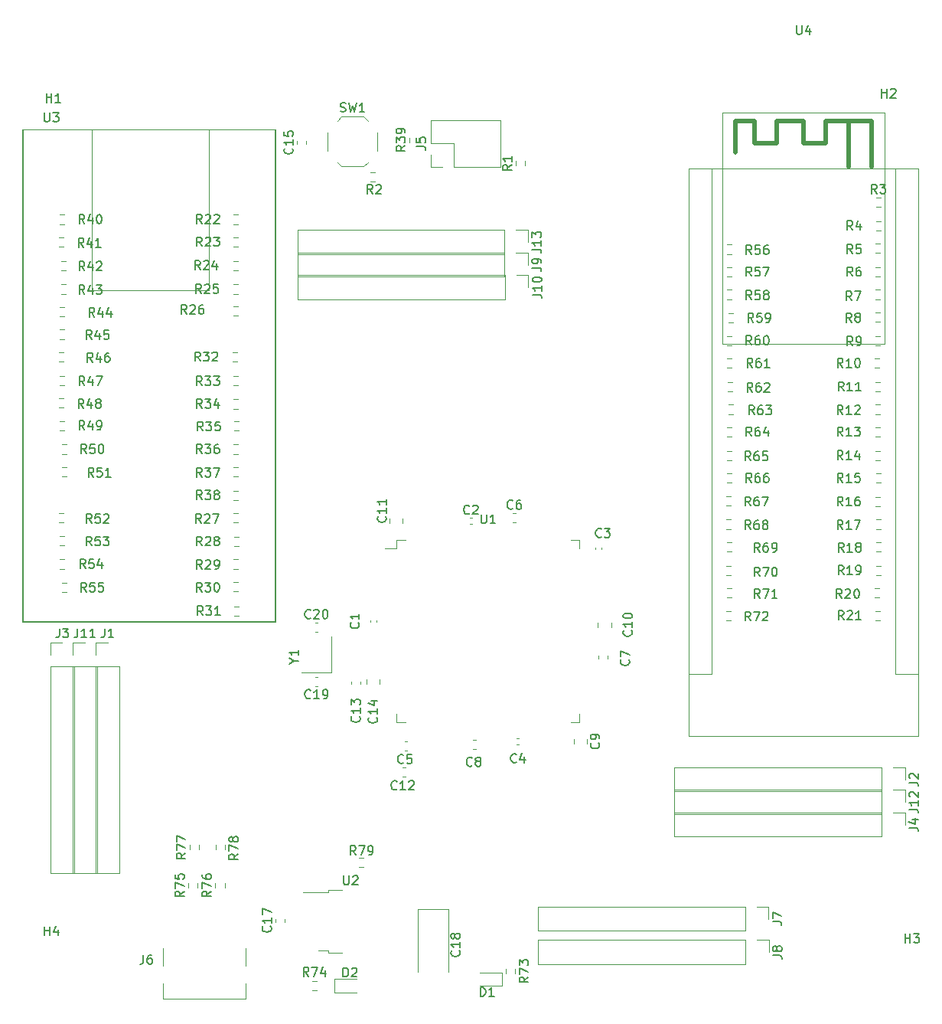
<source format=gto>
G04 #@! TF.GenerationSoftware,KiCad,Pcbnew,(6.0.9)*
G04 #@! TF.CreationDate,2024-01-31T17:58:44+01:00*
G04 #@! TF.ProjectId,Univerzalni_testovaci_platforma_nejen_pro_IoT_v1,556e6976-6572-47a6-916c-6e695f746573,rev?*
G04 #@! TF.SameCoordinates,Original*
G04 #@! TF.FileFunction,Legend,Top*
G04 #@! TF.FilePolarity,Positive*
%FSLAX46Y46*%
G04 Gerber Fmt 4.6, Leading zero omitted, Abs format (unit mm)*
G04 Created by KiCad (PCBNEW (6.0.9)) date 2024-01-31 17:58:44*
%MOMM*%
%LPD*%
G01*
G04 APERTURE LIST*
%ADD10C,0.150000*%
%ADD11C,0.120000*%
%ADD12C,0.500000*%
%ADD13C,0.127000*%
G04 APERTURE END LIST*
D10*
G04 #@! TO.C,R5*
X192333333Y-67152380D02*
X192000000Y-66676190D01*
X191761904Y-67152380D02*
X191761904Y-66152380D01*
X192142857Y-66152380D01*
X192238095Y-66200000D01*
X192285714Y-66247619D01*
X192333333Y-66342857D01*
X192333333Y-66485714D01*
X192285714Y-66580952D01*
X192238095Y-66628571D01*
X192142857Y-66676190D01*
X191761904Y-66676190D01*
X193238095Y-66152380D02*
X192761904Y-66152380D01*
X192714285Y-66628571D01*
X192761904Y-66580952D01*
X192857142Y-66533333D01*
X193095238Y-66533333D01*
X193190476Y-66580952D01*
X193238095Y-66628571D01*
X193285714Y-66723809D01*
X193285714Y-66961904D01*
X193238095Y-67057142D01*
X193190476Y-67104761D01*
X193095238Y-67152380D01*
X192857142Y-67152380D01*
X192761904Y-67104761D01*
X192714285Y-67057142D01*
G04 #@! TO.C,R17*
X191257142Y-97652380D02*
X190923809Y-97176190D01*
X190685714Y-97652380D02*
X190685714Y-96652380D01*
X191066666Y-96652380D01*
X191161904Y-96700000D01*
X191209523Y-96747619D01*
X191257142Y-96842857D01*
X191257142Y-96985714D01*
X191209523Y-97080952D01*
X191161904Y-97128571D01*
X191066666Y-97176190D01*
X190685714Y-97176190D01*
X192209523Y-97652380D02*
X191638095Y-97652380D01*
X191923809Y-97652380D02*
X191923809Y-96652380D01*
X191828571Y-96795238D01*
X191733333Y-96890476D01*
X191638095Y-96938095D01*
X192542857Y-96652380D02*
X193209523Y-96652380D01*
X192780952Y-97652380D01*
G04 #@! TO.C,R76*
X121372380Y-137657857D02*
X120896190Y-137991190D01*
X121372380Y-138229285D02*
X120372380Y-138229285D01*
X120372380Y-137848333D01*
X120420000Y-137753095D01*
X120467619Y-137705476D01*
X120562857Y-137657857D01*
X120705714Y-137657857D01*
X120800952Y-137705476D01*
X120848571Y-137753095D01*
X120896190Y-137848333D01*
X120896190Y-138229285D01*
X120372380Y-137324523D02*
X120372380Y-136657857D01*
X121372380Y-137086428D01*
X120372380Y-135848333D02*
X120372380Y-136038809D01*
X120420000Y-136134047D01*
X120467619Y-136181666D01*
X120610476Y-136276904D01*
X120800952Y-136324523D01*
X121181904Y-136324523D01*
X121277142Y-136276904D01*
X121324761Y-136229285D01*
X121372380Y-136134047D01*
X121372380Y-135943571D01*
X121324761Y-135848333D01*
X121277142Y-135800714D01*
X121181904Y-135753095D01*
X120943809Y-135753095D01*
X120848571Y-135800714D01*
X120800952Y-135848333D01*
X120753333Y-135943571D01*
X120753333Y-136134047D01*
X120800952Y-136229285D01*
X120848571Y-136276904D01*
X120943809Y-136324523D01*
G04 #@! TO.C,J11*
X106590476Y-108622380D02*
X106590476Y-109336666D01*
X106542857Y-109479523D01*
X106447619Y-109574761D01*
X106304761Y-109622380D01*
X106209523Y-109622380D01*
X107590476Y-109622380D02*
X107019047Y-109622380D01*
X107304761Y-109622380D02*
X107304761Y-108622380D01*
X107209523Y-108765238D01*
X107114285Y-108860476D01*
X107019047Y-108908095D01*
X108542857Y-109622380D02*
X107971428Y-109622380D01*
X108257142Y-109622380D02*
X108257142Y-108622380D01*
X108161904Y-108765238D01*
X108066666Y-108860476D01*
X107971428Y-108908095D01*
G04 #@! TO.C,R65*
X181057142Y-90052380D02*
X180723809Y-89576190D01*
X180485714Y-90052380D02*
X180485714Y-89052380D01*
X180866666Y-89052380D01*
X180961904Y-89100000D01*
X181009523Y-89147619D01*
X181057142Y-89242857D01*
X181057142Y-89385714D01*
X181009523Y-89480952D01*
X180961904Y-89528571D01*
X180866666Y-89576190D01*
X180485714Y-89576190D01*
X181914285Y-89052380D02*
X181723809Y-89052380D01*
X181628571Y-89100000D01*
X181580952Y-89147619D01*
X181485714Y-89290476D01*
X181438095Y-89480952D01*
X181438095Y-89861904D01*
X181485714Y-89957142D01*
X181533333Y-90004761D01*
X181628571Y-90052380D01*
X181819047Y-90052380D01*
X181914285Y-90004761D01*
X181961904Y-89957142D01*
X182009523Y-89861904D01*
X182009523Y-89623809D01*
X181961904Y-89528571D01*
X181914285Y-89480952D01*
X181819047Y-89433333D01*
X181628571Y-89433333D01*
X181533333Y-89480952D01*
X181485714Y-89528571D01*
X181438095Y-89623809D01*
X182914285Y-89052380D02*
X182438095Y-89052380D01*
X182390476Y-89528571D01*
X182438095Y-89480952D01*
X182533333Y-89433333D01*
X182771428Y-89433333D01*
X182866666Y-89480952D01*
X182914285Y-89528571D01*
X182961904Y-89623809D01*
X182961904Y-89861904D01*
X182914285Y-89957142D01*
X182866666Y-90004761D01*
X182771428Y-90052380D01*
X182533333Y-90052380D01*
X182438095Y-90004761D01*
X182390476Y-89957142D01*
G04 #@! TO.C,R28*
X120357142Y-99452380D02*
X120023809Y-98976190D01*
X119785714Y-99452380D02*
X119785714Y-98452380D01*
X120166666Y-98452380D01*
X120261904Y-98500000D01*
X120309523Y-98547619D01*
X120357142Y-98642857D01*
X120357142Y-98785714D01*
X120309523Y-98880952D01*
X120261904Y-98928571D01*
X120166666Y-98976190D01*
X119785714Y-98976190D01*
X120738095Y-98547619D02*
X120785714Y-98500000D01*
X120880952Y-98452380D01*
X121119047Y-98452380D01*
X121214285Y-98500000D01*
X121261904Y-98547619D01*
X121309523Y-98642857D01*
X121309523Y-98738095D01*
X121261904Y-98880952D01*
X120690476Y-99452380D01*
X121309523Y-99452380D01*
X121880952Y-98880952D02*
X121785714Y-98833333D01*
X121738095Y-98785714D01*
X121690476Y-98690476D01*
X121690476Y-98642857D01*
X121738095Y-98547619D01*
X121785714Y-98500000D01*
X121880952Y-98452380D01*
X122071428Y-98452380D01*
X122166666Y-98500000D01*
X122214285Y-98547619D01*
X122261904Y-98642857D01*
X122261904Y-98690476D01*
X122214285Y-98785714D01*
X122166666Y-98833333D01*
X122071428Y-98880952D01*
X121880952Y-98880952D01*
X121785714Y-98928571D01*
X121738095Y-98976190D01*
X121690476Y-99071428D01*
X121690476Y-99261904D01*
X121738095Y-99357142D01*
X121785714Y-99404761D01*
X121880952Y-99452380D01*
X122071428Y-99452380D01*
X122166666Y-99404761D01*
X122214285Y-99357142D01*
X122261904Y-99261904D01*
X122261904Y-99071428D01*
X122214285Y-98976190D01*
X122166666Y-98928571D01*
X122071428Y-98880952D01*
G04 #@! TO.C,R53*
X108157142Y-99452380D02*
X107823809Y-98976190D01*
X107585714Y-99452380D02*
X107585714Y-98452380D01*
X107966666Y-98452380D01*
X108061904Y-98500000D01*
X108109523Y-98547619D01*
X108157142Y-98642857D01*
X108157142Y-98785714D01*
X108109523Y-98880952D01*
X108061904Y-98928571D01*
X107966666Y-98976190D01*
X107585714Y-98976190D01*
X109061904Y-98452380D02*
X108585714Y-98452380D01*
X108538095Y-98928571D01*
X108585714Y-98880952D01*
X108680952Y-98833333D01*
X108919047Y-98833333D01*
X109014285Y-98880952D01*
X109061904Y-98928571D01*
X109109523Y-99023809D01*
X109109523Y-99261904D01*
X109061904Y-99357142D01*
X109014285Y-99404761D01*
X108919047Y-99452380D01*
X108680952Y-99452380D01*
X108585714Y-99404761D01*
X108538095Y-99357142D01*
X109442857Y-98452380D02*
X110061904Y-98452380D01*
X109728571Y-98833333D01*
X109871428Y-98833333D01*
X109966666Y-98880952D01*
X110014285Y-98928571D01*
X110061904Y-99023809D01*
X110061904Y-99261904D01*
X110014285Y-99357142D01*
X109966666Y-99404761D01*
X109871428Y-99452380D01*
X109585714Y-99452380D01*
X109490476Y-99404761D01*
X109442857Y-99357142D01*
G04 #@! TO.C,R41*
X107257142Y-66452380D02*
X106923809Y-65976190D01*
X106685714Y-66452380D02*
X106685714Y-65452380D01*
X107066666Y-65452380D01*
X107161904Y-65500000D01*
X107209523Y-65547619D01*
X107257142Y-65642857D01*
X107257142Y-65785714D01*
X107209523Y-65880952D01*
X107161904Y-65928571D01*
X107066666Y-65976190D01*
X106685714Y-65976190D01*
X108114285Y-65785714D02*
X108114285Y-66452380D01*
X107876190Y-65404761D02*
X107638095Y-66119047D01*
X108257142Y-66119047D01*
X109161904Y-66452380D02*
X108590476Y-66452380D01*
X108876190Y-66452380D02*
X108876190Y-65452380D01*
X108780952Y-65595238D01*
X108685714Y-65690476D01*
X108590476Y-65738095D01*
G04 #@! TO.C,R49*
X107357142Y-86652380D02*
X107023809Y-86176190D01*
X106785714Y-86652380D02*
X106785714Y-85652380D01*
X107166666Y-85652380D01*
X107261904Y-85700000D01*
X107309523Y-85747619D01*
X107357142Y-85842857D01*
X107357142Y-85985714D01*
X107309523Y-86080952D01*
X107261904Y-86128571D01*
X107166666Y-86176190D01*
X106785714Y-86176190D01*
X108214285Y-85985714D02*
X108214285Y-86652380D01*
X107976190Y-85604761D02*
X107738095Y-86319047D01*
X108357142Y-86319047D01*
X108785714Y-86652380D02*
X108976190Y-86652380D01*
X109071428Y-86604761D01*
X109119047Y-86557142D01*
X109214285Y-86414285D01*
X109261904Y-86223809D01*
X109261904Y-85842857D01*
X109214285Y-85747619D01*
X109166666Y-85700000D01*
X109071428Y-85652380D01*
X108880952Y-85652380D01*
X108785714Y-85700000D01*
X108738095Y-85747619D01*
X108690476Y-85842857D01*
X108690476Y-86080952D01*
X108738095Y-86176190D01*
X108785714Y-86223809D01*
X108880952Y-86271428D01*
X109071428Y-86271428D01*
X109166666Y-86223809D01*
X109214285Y-86176190D01*
X109261904Y-86080952D01*
G04 #@! TO.C,C7*
X167557142Y-112066666D02*
X167604761Y-112114285D01*
X167652380Y-112257142D01*
X167652380Y-112352380D01*
X167604761Y-112495238D01*
X167509523Y-112590476D01*
X167414285Y-112638095D01*
X167223809Y-112685714D01*
X167080952Y-112685714D01*
X166890476Y-112638095D01*
X166795238Y-112590476D01*
X166700000Y-112495238D01*
X166652380Y-112352380D01*
X166652380Y-112257142D01*
X166700000Y-112114285D01*
X166747619Y-112066666D01*
X166652380Y-111733333D02*
X166652380Y-111066666D01*
X167652380Y-111495238D01*
G04 #@! TO.C,H3*
X198138095Y-143352380D02*
X198138095Y-142352380D01*
X198138095Y-142828571D02*
X198709523Y-142828571D01*
X198709523Y-143352380D02*
X198709523Y-142352380D01*
X199090476Y-142352380D02*
X199709523Y-142352380D01*
X199376190Y-142733333D01*
X199519047Y-142733333D01*
X199614285Y-142780952D01*
X199661904Y-142828571D01*
X199709523Y-142923809D01*
X199709523Y-143161904D01*
X199661904Y-143257142D01*
X199614285Y-143304761D01*
X199519047Y-143352380D01*
X199233333Y-143352380D01*
X199138095Y-143304761D01*
X199090476Y-143257142D01*
G04 #@! TO.C,C1*
X137657142Y-107966666D02*
X137704761Y-108014285D01*
X137752380Y-108157142D01*
X137752380Y-108252380D01*
X137704761Y-108395238D01*
X137609523Y-108490476D01*
X137514285Y-108538095D01*
X137323809Y-108585714D01*
X137180952Y-108585714D01*
X136990476Y-108538095D01*
X136895238Y-108490476D01*
X136800000Y-108395238D01*
X136752380Y-108252380D01*
X136752380Y-108157142D01*
X136800000Y-108014285D01*
X136847619Y-107966666D01*
X137752380Y-107014285D02*
X137752380Y-107585714D01*
X137752380Y-107300000D02*
X136752380Y-107300000D01*
X136895238Y-107395238D01*
X136990476Y-107490476D01*
X137038095Y-107585714D01*
G04 #@! TO.C,U4*
X186138095Y-41952380D02*
X186138095Y-42761904D01*
X186185714Y-42857142D01*
X186233333Y-42904761D01*
X186328571Y-42952380D01*
X186519047Y-42952380D01*
X186614285Y-42904761D01*
X186661904Y-42857142D01*
X186709523Y-42761904D01*
X186709523Y-41952380D01*
X187614285Y-42285714D02*
X187614285Y-42952380D01*
X187376190Y-41904761D02*
X187138095Y-42619047D01*
X187757142Y-42619047D01*
G04 #@! TO.C,R47*
X107357142Y-81752380D02*
X107023809Y-81276190D01*
X106785714Y-81752380D02*
X106785714Y-80752380D01*
X107166666Y-80752380D01*
X107261904Y-80800000D01*
X107309523Y-80847619D01*
X107357142Y-80942857D01*
X107357142Y-81085714D01*
X107309523Y-81180952D01*
X107261904Y-81228571D01*
X107166666Y-81276190D01*
X106785714Y-81276190D01*
X108214285Y-81085714D02*
X108214285Y-81752380D01*
X107976190Y-80704761D02*
X107738095Y-81419047D01*
X108357142Y-81419047D01*
X108642857Y-80752380D02*
X109309523Y-80752380D01*
X108880952Y-81752380D01*
G04 #@! TO.C,J3*
X104566666Y-108622380D02*
X104566666Y-109336666D01*
X104519047Y-109479523D01*
X104423809Y-109574761D01*
X104280952Y-109622380D01*
X104185714Y-109622380D01*
X104947619Y-108622380D02*
X105566666Y-108622380D01*
X105233333Y-109003333D01*
X105376190Y-109003333D01*
X105471428Y-109050952D01*
X105519047Y-109098571D01*
X105566666Y-109193809D01*
X105566666Y-109431904D01*
X105519047Y-109527142D01*
X105471428Y-109574761D01*
X105376190Y-109622380D01*
X105090476Y-109622380D01*
X104995238Y-109574761D01*
X104947619Y-109527142D01*
G04 #@! TO.C,C17*
X127927142Y-141542857D02*
X127974761Y-141590476D01*
X128022380Y-141733333D01*
X128022380Y-141828571D01*
X127974761Y-141971428D01*
X127879523Y-142066666D01*
X127784285Y-142114285D01*
X127593809Y-142161904D01*
X127450952Y-142161904D01*
X127260476Y-142114285D01*
X127165238Y-142066666D01*
X127070000Y-141971428D01*
X127022380Y-141828571D01*
X127022380Y-141733333D01*
X127070000Y-141590476D01*
X127117619Y-141542857D01*
X128022380Y-140590476D02*
X128022380Y-141161904D01*
X128022380Y-140876190D02*
X127022380Y-140876190D01*
X127165238Y-140971428D01*
X127260476Y-141066666D01*
X127308095Y-141161904D01*
X127022380Y-140257142D02*
X127022380Y-139590476D01*
X128022380Y-140019047D01*
G04 #@! TO.C,R60*
X181157142Y-77252380D02*
X180823809Y-76776190D01*
X180585714Y-77252380D02*
X180585714Y-76252380D01*
X180966666Y-76252380D01*
X181061904Y-76300000D01*
X181109523Y-76347619D01*
X181157142Y-76442857D01*
X181157142Y-76585714D01*
X181109523Y-76680952D01*
X181061904Y-76728571D01*
X180966666Y-76776190D01*
X180585714Y-76776190D01*
X182014285Y-76252380D02*
X181823809Y-76252380D01*
X181728571Y-76300000D01*
X181680952Y-76347619D01*
X181585714Y-76490476D01*
X181538095Y-76680952D01*
X181538095Y-77061904D01*
X181585714Y-77157142D01*
X181633333Y-77204761D01*
X181728571Y-77252380D01*
X181919047Y-77252380D01*
X182014285Y-77204761D01*
X182061904Y-77157142D01*
X182109523Y-77061904D01*
X182109523Y-76823809D01*
X182061904Y-76728571D01*
X182014285Y-76680952D01*
X181919047Y-76633333D01*
X181728571Y-76633333D01*
X181633333Y-76680952D01*
X181585714Y-76728571D01*
X181538095Y-76823809D01*
X182728571Y-76252380D02*
X182823809Y-76252380D01*
X182919047Y-76300000D01*
X182966666Y-76347619D01*
X183014285Y-76442857D01*
X183061904Y-76633333D01*
X183061904Y-76871428D01*
X183014285Y-77061904D01*
X182966666Y-77157142D01*
X182919047Y-77204761D01*
X182823809Y-77252380D01*
X182728571Y-77252380D01*
X182633333Y-77204761D01*
X182585714Y-77157142D01*
X182538095Y-77061904D01*
X182490476Y-76871428D01*
X182490476Y-76633333D01*
X182538095Y-76442857D01*
X182585714Y-76347619D01*
X182633333Y-76300000D01*
X182728571Y-76252380D01*
G04 #@! TO.C,R43*
X107357142Y-71652380D02*
X107023809Y-71176190D01*
X106785714Y-71652380D02*
X106785714Y-70652380D01*
X107166666Y-70652380D01*
X107261904Y-70700000D01*
X107309523Y-70747619D01*
X107357142Y-70842857D01*
X107357142Y-70985714D01*
X107309523Y-71080952D01*
X107261904Y-71128571D01*
X107166666Y-71176190D01*
X106785714Y-71176190D01*
X108214285Y-70985714D02*
X108214285Y-71652380D01*
X107976190Y-70604761D02*
X107738095Y-71319047D01*
X108357142Y-71319047D01*
X108642857Y-70652380D02*
X109261904Y-70652380D01*
X108928571Y-71033333D01*
X109071428Y-71033333D01*
X109166666Y-71080952D01*
X109214285Y-71128571D01*
X109261904Y-71223809D01*
X109261904Y-71461904D01*
X109214285Y-71557142D01*
X109166666Y-71604761D01*
X109071428Y-71652380D01*
X108785714Y-71652380D01*
X108690476Y-71604761D01*
X108642857Y-71557142D01*
G04 #@! TO.C,R7*
X192233333Y-72352380D02*
X191900000Y-71876190D01*
X191661904Y-72352380D02*
X191661904Y-71352380D01*
X192042857Y-71352380D01*
X192138095Y-71400000D01*
X192185714Y-71447619D01*
X192233333Y-71542857D01*
X192233333Y-71685714D01*
X192185714Y-71780952D01*
X192138095Y-71828571D01*
X192042857Y-71876190D01*
X191661904Y-71876190D01*
X192566666Y-71352380D02*
X193233333Y-71352380D01*
X192804761Y-72352380D01*
G04 #@! TO.C,R10*
X191257142Y-79752380D02*
X190923809Y-79276190D01*
X190685714Y-79752380D02*
X190685714Y-78752380D01*
X191066666Y-78752380D01*
X191161904Y-78800000D01*
X191209523Y-78847619D01*
X191257142Y-78942857D01*
X191257142Y-79085714D01*
X191209523Y-79180952D01*
X191161904Y-79228571D01*
X191066666Y-79276190D01*
X190685714Y-79276190D01*
X192209523Y-79752380D02*
X191638095Y-79752380D01*
X191923809Y-79752380D02*
X191923809Y-78752380D01*
X191828571Y-78895238D01*
X191733333Y-78990476D01*
X191638095Y-79038095D01*
X192828571Y-78752380D02*
X192923809Y-78752380D01*
X193019047Y-78800000D01*
X193066666Y-78847619D01*
X193114285Y-78942857D01*
X193161904Y-79133333D01*
X193161904Y-79371428D01*
X193114285Y-79561904D01*
X193066666Y-79657142D01*
X193019047Y-79704761D01*
X192923809Y-79752380D01*
X192828571Y-79752380D01*
X192733333Y-79704761D01*
X192685714Y-79657142D01*
X192638095Y-79561904D01*
X192590476Y-79371428D01*
X192590476Y-79133333D01*
X192638095Y-78942857D01*
X192685714Y-78847619D01*
X192733333Y-78800000D01*
X192828571Y-78752380D01*
G04 #@! TO.C,R66*
X181157142Y-92452380D02*
X180823809Y-91976190D01*
X180585714Y-92452380D02*
X180585714Y-91452380D01*
X180966666Y-91452380D01*
X181061904Y-91500000D01*
X181109523Y-91547619D01*
X181157142Y-91642857D01*
X181157142Y-91785714D01*
X181109523Y-91880952D01*
X181061904Y-91928571D01*
X180966666Y-91976190D01*
X180585714Y-91976190D01*
X182014285Y-91452380D02*
X181823809Y-91452380D01*
X181728571Y-91500000D01*
X181680952Y-91547619D01*
X181585714Y-91690476D01*
X181538095Y-91880952D01*
X181538095Y-92261904D01*
X181585714Y-92357142D01*
X181633333Y-92404761D01*
X181728571Y-92452380D01*
X181919047Y-92452380D01*
X182014285Y-92404761D01*
X182061904Y-92357142D01*
X182109523Y-92261904D01*
X182109523Y-92023809D01*
X182061904Y-91928571D01*
X182014285Y-91880952D01*
X181919047Y-91833333D01*
X181728571Y-91833333D01*
X181633333Y-91880952D01*
X181585714Y-91928571D01*
X181538095Y-92023809D01*
X182966666Y-91452380D02*
X182776190Y-91452380D01*
X182680952Y-91500000D01*
X182633333Y-91547619D01*
X182538095Y-91690476D01*
X182490476Y-91880952D01*
X182490476Y-92261904D01*
X182538095Y-92357142D01*
X182585714Y-92404761D01*
X182680952Y-92452380D01*
X182871428Y-92452380D01*
X182966666Y-92404761D01*
X183014285Y-92357142D01*
X183061904Y-92261904D01*
X183061904Y-92023809D01*
X183014285Y-91928571D01*
X182966666Y-91880952D01*
X182871428Y-91833333D01*
X182680952Y-91833333D01*
X182585714Y-91880952D01*
X182538095Y-91928571D01*
X182490476Y-92023809D01*
G04 #@! TO.C,R14*
X191257142Y-89952380D02*
X190923809Y-89476190D01*
X190685714Y-89952380D02*
X190685714Y-88952380D01*
X191066666Y-88952380D01*
X191161904Y-89000000D01*
X191209523Y-89047619D01*
X191257142Y-89142857D01*
X191257142Y-89285714D01*
X191209523Y-89380952D01*
X191161904Y-89428571D01*
X191066666Y-89476190D01*
X190685714Y-89476190D01*
X192209523Y-89952380D02*
X191638095Y-89952380D01*
X191923809Y-89952380D02*
X191923809Y-88952380D01*
X191828571Y-89095238D01*
X191733333Y-89190476D01*
X191638095Y-89238095D01*
X193066666Y-89285714D02*
X193066666Y-89952380D01*
X192828571Y-88904761D02*
X192590476Y-89619047D01*
X193209523Y-89619047D01*
G04 #@! TO.C,J8*
X183507380Y-144733333D02*
X184221666Y-144733333D01*
X184364523Y-144780952D01*
X184459761Y-144876190D01*
X184507380Y-145019047D01*
X184507380Y-145114285D01*
X183935952Y-144114285D02*
X183888333Y-144209523D01*
X183840714Y-144257142D01*
X183745476Y-144304761D01*
X183697857Y-144304761D01*
X183602619Y-144257142D01*
X183555000Y-144209523D01*
X183507380Y-144114285D01*
X183507380Y-143923809D01*
X183555000Y-143828571D01*
X183602619Y-143780952D01*
X183697857Y-143733333D01*
X183745476Y-143733333D01*
X183840714Y-143780952D01*
X183888333Y-143828571D01*
X183935952Y-143923809D01*
X183935952Y-144114285D01*
X183983571Y-144209523D01*
X184031190Y-144257142D01*
X184126428Y-144304761D01*
X184316904Y-144304761D01*
X184412142Y-144257142D01*
X184459761Y-144209523D01*
X184507380Y-144114285D01*
X184507380Y-143923809D01*
X184459761Y-143828571D01*
X184412142Y-143780952D01*
X184316904Y-143733333D01*
X184126428Y-143733333D01*
X184031190Y-143780952D01*
X183983571Y-143828571D01*
X183935952Y-143923809D01*
G04 #@! TO.C,R63*
X181457142Y-84952380D02*
X181123809Y-84476190D01*
X180885714Y-84952380D02*
X180885714Y-83952380D01*
X181266666Y-83952380D01*
X181361904Y-84000000D01*
X181409523Y-84047619D01*
X181457142Y-84142857D01*
X181457142Y-84285714D01*
X181409523Y-84380952D01*
X181361904Y-84428571D01*
X181266666Y-84476190D01*
X180885714Y-84476190D01*
X182314285Y-83952380D02*
X182123809Y-83952380D01*
X182028571Y-84000000D01*
X181980952Y-84047619D01*
X181885714Y-84190476D01*
X181838095Y-84380952D01*
X181838095Y-84761904D01*
X181885714Y-84857142D01*
X181933333Y-84904761D01*
X182028571Y-84952380D01*
X182219047Y-84952380D01*
X182314285Y-84904761D01*
X182361904Y-84857142D01*
X182409523Y-84761904D01*
X182409523Y-84523809D01*
X182361904Y-84428571D01*
X182314285Y-84380952D01*
X182219047Y-84333333D01*
X182028571Y-84333333D01*
X181933333Y-84380952D01*
X181885714Y-84428571D01*
X181838095Y-84523809D01*
X182742857Y-83952380D02*
X183361904Y-83952380D01*
X183028571Y-84333333D01*
X183171428Y-84333333D01*
X183266666Y-84380952D01*
X183314285Y-84428571D01*
X183361904Y-84523809D01*
X183361904Y-84761904D01*
X183314285Y-84857142D01*
X183266666Y-84904761D01*
X183171428Y-84952380D01*
X182885714Y-84952380D01*
X182790476Y-84904761D01*
X182742857Y-84857142D01*
G04 #@! TO.C,R16*
X191257142Y-95052380D02*
X190923809Y-94576190D01*
X190685714Y-95052380D02*
X190685714Y-94052380D01*
X191066666Y-94052380D01*
X191161904Y-94100000D01*
X191209523Y-94147619D01*
X191257142Y-94242857D01*
X191257142Y-94385714D01*
X191209523Y-94480952D01*
X191161904Y-94528571D01*
X191066666Y-94576190D01*
X190685714Y-94576190D01*
X192209523Y-95052380D02*
X191638095Y-95052380D01*
X191923809Y-95052380D02*
X191923809Y-94052380D01*
X191828571Y-94195238D01*
X191733333Y-94290476D01*
X191638095Y-94338095D01*
X193066666Y-94052380D02*
X192876190Y-94052380D01*
X192780952Y-94100000D01*
X192733333Y-94147619D01*
X192638095Y-94290476D01*
X192590476Y-94480952D01*
X192590476Y-94861904D01*
X192638095Y-94957142D01*
X192685714Y-95004761D01*
X192780952Y-95052380D01*
X192971428Y-95052380D01*
X193066666Y-95004761D01*
X193114285Y-94957142D01*
X193161904Y-94861904D01*
X193161904Y-94623809D01*
X193114285Y-94528571D01*
X193066666Y-94480952D01*
X192971428Y-94433333D01*
X192780952Y-94433333D01*
X192685714Y-94480952D01*
X192638095Y-94528571D01*
X192590476Y-94623809D01*
G04 #@! TO.C,C3*
X164533333Y-98457142D02*
X164485714Y-98504761D01*
X164342857Y-98552380D01*
X164247619Y-98552380D01*
X164104761Y-98504761D01*
X164009523Y-98409523D01*
X163961904Y-98314285D01*
X163914285Y-98123809D01*
X163914285Y-97980952D01*
X163961904Y-97790476D01*
X164009523Y-97695238D01*
X164104761Y-97600000D01*
X164247619Y-97552380D01*
X164342857Y-97552380D01*
X164485714Y-97600000D01*
X164533333Y-97647619D01*
X164866666Y-97552380D02*
X165485714Y-97552380D01*
X165152380Y-97933333D01*
X165295238Y-97933333D01*
X165390476Y-97980952D01*
X165438095Y-98028571D01*
X165485714Y-98123809D01*
X165485714Y-98361904D01*
X165438095Y-98457142D01*
X165390476Y-98504761D01*
X165295238Y-98552380D01*
X165009523Y-98552380D01*
X164914285Y-98504761D01*
X164866666Y-98457142D01*
G04 #@! TO.C,R48*
X107257142Y-84252380D02*
X106923809Y-83776190D01*
X106685714Y-84252380D02*
X106685714Y-83252380D01*
X107066666Y-83252380D01*
X107161904Y-83300000D01*
X107209523Y-83347619D01*
X107257142Y-83442857D01*
X107257142Y-83585714D01*
X107209523Y-83680952D01*
X107161904Y-83728571D01*
X107066666Y-83776190D01*
X106685714Y-83776190D01*
X108114285Y-83585714D02*
X108114285Y-84252380D01*
X107876190Y-83204761D02*
X107638095Y-83919047D01*
X108257142Y-83919047D01*
X108780952Y-83680952D02*
X108685714Y-83633333D01*
X108638095Y-83585714D01*
X108590476Y-83490476D01*
X108590476Y-83442857D01*
X108638095Y-83347619D01*
X108685714Y-83300000D01*
X108780952Y-83252380D01*
X108971428Y-83252380D01*
X109066666Y-83300000D01*
X109114285Y-83347619D01*
X109161904Y-83442857D01*
X109161904Y-83490476D01*
X109114285Y-83585714D01*
X109066666Y-83633333D01*
X108971428Y-83680952D01*
X108780952Y-83680952D01*
X108685714Y-83728571D01*
X108638095Y-83776190D01*
X108590476Y-83871428D01*
X108590476Y-84061904D01*
X108638095Y-84157142D01*
X108685714Y-84204761D01*
X108780952Y-84252380D01*
X108971428Y-84252380D01*
X109066666Y-84204761D01*
X109114285Y-84157142D01*
X109161904Y-84061904D01*
X109161904Y-83871428D01*
X109114285Y-83776190D01*
X109066666Y-83728571D01*
X108971428Y-83680952D01*
G04 #@! TO.C,R29*
X120357142Y-102052380D02*
X120023809Y-101576190D01*
X119785714Y-102052380D02*
X119785714Y-101052380D01*
X120166666Y-101052380D01*
X120261904Y-101100000D01*
X120309523Y-101147619D01*
X120357142Y-101242857D01*
X120357142Y-101385714D01*
X120309523Y-101480952D01*
X120261904Y-101528571D01*
X120166666Y-101576190D01*
X119785714Y-101576190D01*
X120738095Y-101147619D02*
X120785714Y-101100000D01*
X120880952Y-101052380D01*
X121119047Y-101052380D01*
X121214285Y-101100000D01*
X121261904Y-101147619D01*
X121309523Y-101242857D01*
X121309523Y-101338095D01*
X121261904Y-101480952D01*
X120690476Y-102052380D01*
X121309523Y-102052380D01*
X121785714Y-102052380D02*
X121976190Y-102052380D01*
X122071428Y-102004761D01*
X122119047Y-101957142D01*
X122214285Y-101814285D01*
X122261904Y-101623809D01*
X122261904Y-101242857D01*
X122214285Y-101147619D01*
X122166666Y-101100000D01*
X122071428Y-101052380D01*
X121880952Y-101052380D01*
X121785714Y-101100000D01*
X121738095Y-101147619D01*
X121690476Y-101242857D01*
X121690476Y-101480952D01*
X121738095Y-101576190D01*
X121785714Y-101623809D01*
X121880952Y-101671428D01*
X122071428Y-101671428D01*
X122166666Y-101623809D01*
X122214285Y-101576190D01*
X122261904Y-101480952D01*
G04 #@! TO.C,U3*
X102908626Y-51606124D02*
X102908626Y-52415960D01*
X102956263Y-52511235D01*
X103003901Y-52558873D01*
X103099175Y-52606510D01*
X103289725Y-52606510D01*
X103385000Y-52558873D01*
X103432637Y-52511235D01*
X103480275Y-52415960D01*
X103480275Y-51606124D01*
X103861374Y-51606124D02*
X104480661Y-51606124D01*
X104147199Y-51987224D01*
X104290111Y-51987224D01*
X104385386Y-52034861D01*
X104433023Y-52082498D01*
X104480661Y-52177773D01*
X104480661Y-52415960D01*
X104433023Y-52511235D01*
X104385386Y-52558873D01*
X104290111Y-52606510D01*
X104004287Y-52606510D01*
X103909012Y-52558873D01*
X103861374Y-52511235D01*
G04 #@! TO.C,R23*
X120357142Y-66352380D02*
X120023809Y-65876190D01*
X119785714Y-66352380D02*
X119785714Y-65352380D01*
X120166666Y-65352380D01*
X120261904Y-65400000D01*
X120309523Y-65447619D01*
X120357142Y-65542857D01*
X120357142Y-65685714D01*
X120309523Y-65780952D01*
X120261904Y-65828571D01*
X120166666Y-65876190D01*
X119785714Y-65876190D01*
X120738095Y-65447619D02*
X120785714Y-65400000D01*
X120880952Y-65352380D01*
X121119047Y-65352380D01*
X121214285Y-65400000D01*
X121261904Y-65447619D01*
X121309523Y-65542857D01*
X121309523Y-65638095D01*
X121261904Y-65780952D01*
X120690476Y-66352380D01*
X121309523Y-66352380D01*
X121642857Y-65352380D02*
X122261904Y-65352380D01*
X121928571Y-65733333D01*
X122071428Y-65733333D01*
X122166666Y-65780952D01*
X122214285Y-65828571D01*
X122261904Y-65923809D01*
X122261904Y-66161904D01*
X122214285Y-66257142D01*
X122166666Y-66304761D01*
X122071428Y-66352380D01*
X121785714Y-66352380D01*
X121690476Y-66304761D01*
X121642857Y-66257142D01*
G04 #@! TO.C,J6*
X113866666Y-144702380D02*
X113866666Y-145416666D01*
X113819047Y-145559523D01*
X113723809Y-145654761D01*
X113580952Y-145702380D01*
X113485714Y-145702380D01*
X114771428Y-144702380D02*
X114580952Y-144702380D01*
X114485714Y-144750000D01*
X114438095Y-144797619D01*
X114342857Y-144940476D01*
X114295238Y-145130952D01*
X114295238Y-145511904D01*
X114342857Y-145607142D01*
X114390476Y-145654761D01*
X114485714Y-145702380D01*
X114676190Y-145702380D01*
X114771428Y-145654761D01*
X114819047Y-145607142D01*
X114866666Y-145511904D01*
X114866666Y-145273809D01*
X114819047Y-145178571D01*
X114771428Y-145130952D01*
X114676190Y-145083333D01*
X114485714Y-145083333D01*
X114390476Y-145130952D01*
X114342857Y-145178571D01*
X114295238Y-145273809D01*
G04 #@! TO.C,R9*
X192333333Y-77352380D02*
X192000000Y-76876190D01*
X191761904Y-77352380D02*
X191761904Y-76352380D01*
X192142857Y-76352380D01*
X192238095Y-76400000D01*
X192285714Y-76447619D01*
X192333333Y-76542857D01*
X192333333Y-76685714D01*
X192285714Y-76780952D01*
X192238095Y-76828571D01*
X192142857Y-76876190D01*
X191761904Y-76876190D01*
X192809523Y-77352380D02*
X193000000Y-77352380D01*
X193095238Y-77304761D01*
X193142857Y-77257142D01*
X193238095Y-77114285D01*
X193285714Y-76923809D01*
X193285714Y-76542857D01*
X193238095Y-76447619D01*
X193190476Y-76400000D01*
X193095238Y-76352380D01*
X192904761Y-76352380D01*
X192809523Y-76400000D01*
X192761904Y-76447619D01*
X192714285Y-76542857D01*
X192714285Y-76780952D01*
X192761904Y-76876190D01*
X192809523Y-76923809D01*
X192904761Y-76971428D01*
X193095238Y-76971428D01*
X193190476Y-76923809D01*
X193238095Y-76876190D01*
X193285714Y-76780952D01*
G04 #@! TO.C,R24*
X120157142Y-68952380D02*
X119823809Y-68476190D01*
X119585714Y-68952380D02*
X119585714Y-67952380D01*
X119966666Y-67952380D01*
X120061904Y-68000000D01*
X120109523Y-68047619D01*
X120157142Y-68142857D01*
X120157142Y-68285714D01*
X120109523Y-68380952D01*
X120061904Y-68428571D01*
X119966666Y-68476190D01*
X119585714Y-68476190D01*
X120538095Y-68047619D02*
X120585714Y-68000000D01*
X120680952Y-67952380D01*
X120919047Y-67952380D01*
X121014285Y-68000000D01*
X121061904Y-68047619D01*
X121109523Y-68142857D01*
X121109523Y-68238095D01*
X121061904Y-68380952D01*
X120490476Y-68952380D01*
X121109523Y-68952380D01*
X121966666Y-68285714D02*
X121966666Y-68952380D01*
X121728571Y-67904761D02*
X121490476Y-68619047D01*
X122109523Y-68619047D01*
G04 #@! TO.C,U1*
X151238095Y-96002380D02*
X151238095Y-96811904D01*
X151285714Y-96907142D01*
X151333333Y-96954761D01*
X151428571Y-97002380D01*
X151619047Y-97002380D01*
X151714285Y-96954761D01*
X151761904Y-96907142D01*
X151809523Y-96811904D01*
X151809523Y-96002380D01*
X152809523Y-97002380D02*
X152238095Y-97002380D01*
X152523809Y-97002380D02*
X152523809Y-96002380D01*
X152428571Y-96145238D01*
X152333333Y-96240476D01*
X152238095Y-96288095D01*
G04 #@! TO.C,R70*
X182057142Y-102852380D02*
X181723809Y-102376190D01*
X181485714Y-102852380D02*
X181485714Y-101852380D01*
X181866666Y-101852380D01*
X181961904Y-101900000D01*
X182009523Y-101947619D01*
X182057142Y-102042857D01*
X182057142Y-102185714D01*
X182009523Y-102280952D01*
X181961904Y-102328571D01*
X181866666Y-102376190D01*
X181485714Y-102376190D01*
X182390476Y-101852380D02*
X183057142Y-101852380D01*
X182628571Y-102852380D01*
X183628571Y-101852380D02*
X183723809Y-101852380D01*
X183819047Y-101900000D01*
X183866666Y-101947619D01*
X183914285Y-102042857D01*
X183961904Y-102233333D01*
X183961904Y-102471428D01*
X183914285Y-102661904D01*
X183866666Y-102757142D01*
X183819047Y-102804761D01*
X183723809Y-102852380D01*
X183628571Y-102852380D01*
X183533333Y-102804761D01*
X183485714Y-102757142D01*
X183438095Y-102661904D01*
X183390476Y-102471428D01*
X183390476Y-102233333D01*
X183438095Y-102042857D01*
X183485714Y-101947619D01*
X183533333Y-101900000D01*
X183628571Y-101852380D01*
G04 #@! TO.C,R39*
X142822380Y-55242857D02*
X142346190Y-55576190D01*
X142822380Y-55814285D02*
X141822380Y-55814285D01*
X141822380Y-55433333D01*
X141870000Y-55338095D01*
X141917619Y-55290476D01*
X142012857Y-55242857D01*
X142155714Y-55242857D01*
X142250952Y-55290476D01*
X142298571Y-55338095D01*
X142346190Y-55433333D01*
X142346190Y-55814285D01*
X141822380Y-54909523D02*
X141822380Y-54290476D01*
X142203333Y-54623809D01*
X142203333Y-54480952D01*
X142250952Y-54385714D01*
X142298571Y-54338095D01*
X142393809Y-54290476D01*
X142631904Y-54290476D01*
X142727142Y-54338095D01*
X142774761Y-54385714D01*
X142822380Y-54480952D01*
X142822380Y-54766666D01*
X142774761Y-54861904D01*
X142727142Y-54909523D01*
X142822380Y-53814285D02*
X142822380Y-53623809D01*
X142774761Y-53528571D01*
X142727142Y-53480952D01*
X142584285Y-53385714D01*
X142393809Y-53338095D01*
X142012857Y-53338095D01*
X141917619Y-53385714D01*
X141870000Y-53433333D01*
X141822380Y-53528571D01*
X141822380Y-53719047D01*
X141870000Y-53814285D01*
X141917619Y-53861904D01*
X142012857Y-53909523D01*
X142250952Y-53909523D01*
X142346190Y-53861904D01*
X142393809Y-53814285D01*
X142441428Y-53719047D01*
X142441428Y-53528571D01*
X142393809Y-53433333D01*
X142346190Y-53385714D01*
X142250952Y-53338095D01*
G04 #@! TO.C,R22*
X120357142Y-63852380D02*
X120023809Y-63376190D01*
X119785714Y-63852380D02*
X119785714Y-62852380D01*
X120166666Y-62852380D01*
X120261904Y-62900000D01*
X120309523Y-62947619D01*
X120357142Y-63042857D01*
X120357142Y-63185714D01*
X120309523Y-63280952D01*
X120261904Y-63328571D01*
X120166666Y-63376190D01*
X119785714Y-63376190D01*
X120738095Y-62947619D02*
X120785714Y-62900000D01*
X120880952Y-62852380D01*
X121119047Y-62852380D01*
X121214285Y-62900000D01*
X121261904Y-62947619D01*
X121309523Y-63042857D01*
X121309523Y-63138095D01*
X121261904Y-63280952D01*
X120690476Y-63852380D01*
X121309523Y-63852380D01*
X121690476Y-62947619D02*
X121738095Y-62900000D01*
X121833333Y-62852380D01*
X122071428Y-62852380D01*
X122166666Y-62900000D01*
X122214285Y-62947619D01*
X122261904Y-63042857D01*
X122261904Y-63138095D01*
X122214285Y-63280952D01*
X121642857Y-63852380D01*
X122261904Y-63852380D01*
G04 #@! TO.C,R79*
X137357142Y-133652380D02*
X137023809Y-133176190D01*
X136785714Y-133652380D02*
X136785714Y-132652380D01*
X137166666Y-132652380D01*
X137261904Y-132700000D01*
X137309523Y-132747619D01*
X137357142Y-132842857D01*
X137357142Y-132985714D01*
X137309523Y-133080952D01*
X137261904Y-133128571D01*
X137166666Y-133176190D01*
X136785714Y-133176190D01*
X137690476Y-132652380D02*
X138357142Y-132652380D01*
X137928571Y-133652380D01*
X138785714Y-133652380D02*
X138976190Y-133652380D01*
X139071428Y-133604761D01*
X139119047Y-133557142D01*
X139214285Y-133414285D01*
X139261904Y-133223809D01*
X139261904Y-132842857D01*
X139214285Y-132747619D01*
X139166666Y-132700000D01*
X139071428Y-132652380D01*
X138880952Y-132652380D01*
X138785714Y-132700000D01*
X138738095Y-132747619D01*
X138690476Y-132842857D01*
X138690476Y-133080952D01*
X138738095Y-133176190D01*
X138785714Y-133223809D01*
X138880952Y-133271428D01*
X139071428Y-133271428D01*
X139166666Y-133223809D01*
X139214285Y-133176190D01*
X139261904Y-133080952D01*
G04 #@! TO.C,C19*
X132357142Y-116287142D02*
X132309523Y-116334761D01*
X132166666Y-116382380D01*
X132071428Y-116382380D01*
X131928571Y-116334761D01*
X131833333Y-116239523D01*
X131785714Y-116144285D01*
X131738095Y-115953809D01*
X131738095Y-115810952D01*
X131785714Y-115620476D01*
X131833333Y-115525238D01*
X131928571Y-115430000D01*
X132071428Y-115382380D01*
X132166666Y-115382380D01*
X132309523Y-115430000D01*
X132357142Y-115477619D01*
X133309523Y-116382380D02*
X132738095Y-116382380D01*
X133023809Y-116382380D02*
X133023809Y-115382380D01*
X132928571Y-115525238D01*
X132833333Y-115620476D01*
X132738095Y-115668095D01*
X133785714Y-116382380D02*
X133976190Y-116382380D01*
X134071428Y-116334761D01*
X134119047Y-116287142D01*
X134214285Y-116144285D01*
X134261904Y-115953809D01*
X134261904Y-115572857D01*
X134214285Y-115477619D01*
X134166666Y-115430000D01*
X134071428Y-115382380D01*
X133880952Y-115382380D01*
X133785714Y-115430000D01*
X133738095Y-115477619D01*
X133690476Y-115572857D01*
X133690476Y-115810952D01*
X133738095Y-115906190D01*
X133785714Y-115953809D01*
X133880952Y-116001428D01*
X134071428Y-116001428D01*
X134166666Y-115953809D01*
X134214285Y-115906190D01*
X134261904Y-115810952D01*
G04 #@! TO.C,R8*
X192233333Y-74752380D02*
X191900000Y-74276190D01*
X191661904Y-74752380D02*
X191661904Y-73752380D01*
X192042857Y-73752380D01*
X192138095Y-73800000D01*
X192185714Y-73847619D01*
X192233333Y-73942857D01*
X192233333Y-74085714D01*
X192185714Y-74180952D01*
X192138095Y-74228571D01*
X192042857Y-74276190D01*
X191661904Y-74276190D01*
X192804761Y-74180952D02*
X192709523Y-74133333D01*
X192661904Y-74085714D01*
X192614285Y-73990476D01*
X192614285Y-73942857D01*
X192661904Y-73847619D01*
X192709523Y-73800000D01*
X192804761Y-73752380D01*
X192995238Y-73752380D01*
X193090476Y-73800000D01*
X193138095Y-73847619D01*
X193185714Y-73942857D01*
X193185714Y-73990476D01*
X193138095Y-74085714D01*
X193090476Y-74133333D01*
X192995238Y-74180952D01*
X192804761Y-74180952D01*
X192709523Y-74228571D01*
X192661904Y-74276190D01*
X192614285Y-74371428D01*
X192614285Y-74561904D01*
X192661904Y-74657142D01*
X192709523Y-74704761D01*
X192804761Y-74752380D01*
X192995238Y-74752380D01*
X193090476Y-74704761D01*
X193138095Y-74657142D01*
X193185714Y-74561904D01*
X193185714Y-74371428D01*
X193138095Y-74276190D01*
X193090476Y-74228571D01*
X192995238Y-74180952D01*
G04 #@! TO.C,R78*
X124352380Y-133542857D02*
X123876190Y-133876190D01*
X124352380Y-134114285D02*
X123352380Y-134114285D01*
X123352380Y-133733333D01*
X123400000Y-133638095D01*
X123447619Y-133590476D01*
X123542857Y-133542857D01*
X123685714Y-133542857D01*
X123780952Y-133590476D01*
X123828571Y-133638095D01*
X123876190Y-133733333D01*
X123876190Y-134114285D01*
X123352380Y-133209523D02*
X123352380Y-132542857D01*
X124352380Y-132971428D01*
X123780952Y-132019047D02*
X123733333Y-132114285D01*
X123685714Y-132161904D01*
X123590476Y-132209523D01*
X123542857Y-132209523D01*
X123447619Y-132161904D01*
X123400000Y-132114285D01*
X123352380Y-132019047D01*
X123352380Y-131828571D01*
X123400000Y-131733333D01*
X123447619Y-131685714D01*
X123542857Y-131638095D01*
X123590476Y-131638095D01*
X123685714Y-131685714D01*
X123733333Y-131733333D01*
X123780952Y-131828571D01*
X123780952Y-132019047D01*
X123828571Y-132114285D01*
X123876190Y-132161904D01*
X123971428Y-132209523D01*
X124161904Y-132209523D01*
X124257142Y-132161904D01*
X124304761Y-132114285D01*
X124352380Y-132019047D01*
X124352380Y-131828571D01*
X124304761Y-131733333D01*
X124257142Y-131685714D01*
X124161904Y-131638095D01*
X123971428Y-131638095D01*
X123876190Y-131685714D01*
X123828571Y-131733333D01*
X123780952Y-131828571D01*
G04 #@! TO.C,C20*
X132357142Y-107427142D02*
X132309523Y-107474761D01*
X132166666Y-107522380D01*
X132071428Y-107522380D01*
X131928571Y-107474761D01*
X131833333Y-107379523D01*
X131785714Y-107284285D01*
X131738095Y-107093809D01*
X131738095Y-106950952D01*
X131785714Y-106760476D01*
X131833333Y-106665238D01*
X131928571Y-106570000D01*
X132071428Y-106522380D01*
X132166666Y-106522380D01*
X132309523Y-106570000D01*
X132357142Y-106617619D01*
X132738095Y-106617619D02*
X132785714Y-106570000D01*
X132880952Y-106522380D01*
X133119047Y-106522380D01*
X133214285Y-106570000D01*
X133261904Y-106617619D01*
X133309523Y-106712857D01*
X133309523Y-106808095D01*
X133261904Y-106950952D01*
X132690476Y-107522380D01*
X133309523Y-107522380D01*
X133928571Y-106522380D02*
X134023809Y-106522380D01*
X134119047Y-106570000D01*
X134166666Y-106617619D01*
X134214285Y-106712857D01*
X134261904Y-106903333D01*
X134261904Y-107141428D01*
X134214285Y-107331904D01*
X134166666Y-107427142D01*
X134119047Y-107474761D01*
X134023809Y-107522380D01*
X133928571Y-107522380D01*
X133833333Y-107474761D01*
X133785714Y-107427142D01*
X133738095Y-107331904D01*
X133690476Y-107141428D01*
X133690476Y-106903333D01*
X133738095Y-106712857D01*
X133785714Y-106617619D01*
X133833333Y-106570000D01*
X133928571Y-106522380D01*
G04 #@! TO.C,R45*
X108157142Y-76652380D02*
X107823809Y-76176190D01*
X107585714Y-76652380D02*
X107585714Y-75652380D01*
X107966666Y-75652380D01*
X108061904Y-75700000D01*
X108109523Y-75747619D01*
X108157142Y-75842857D01*
X108157142Y-75985714D01*
X108109523Y-76080952D01*
X108061904Y-76128571D01*
X107966666Y-76176190D01*
X107585714Y-76176190D01*
X109014285Y-75985714D02*
X109014285Y-76652380D01*
X108776190Y-75604761D02*
X108538095Y-76319047D01*
X109157142Y-76319047D01*
X110014285Y-75652380D02*
X109538095Y-75652380D01*
X109490476Y-76128571D01*
X109538095Y-76080952D01*
X109633333Y-76033333D01*
X109871428Y-76033333D01*
X109966666Y-76080952D01*
X110014285Y-76128571D01*
X110061904Y-76223809D01*
X110061904Y-76461904D01*
X110014285Y-76557142D01*
X109966666Y-76604761D01*
X109871428Y-76652380D01*
X109633333Y-76652380D01*
X109538095Y-76604761D01*
X109490476Y-76557142D01*
G04 #@! TO.C,R20*
X191157142Y-105252380D02*
X190823809Y-104776190D01*
X190585714Y-105252380D02*
X190585714Y-104252380D01*
X190966666Y-104252380D01*
X191061904Y-104300000D01*
X191109523Y-104347619D01*
X191157142Y-104442857D01*
X191157142Y-104585714D01*
X191109523Y-104680952D01*
X191061904Y-104728571D01*
X190966666Y-104776190D01*
X190585714Y-104776190D01*
X191538095Y-104347619D02*
X191585714Y-104300000D01*
X191680952Y-104252380D01*
X191919047Y-104252380D01*
X192014285Y-104300000D01*
X192061904Y-104347619D01*
X192109523Y-104442857D01*
X192109523Y-104538095D01*
X192061904Y-104680952D01*
X191490476Y-105252380D01*
X192109523Y-105252380D01*
X192728571Y-104252380D02*
X192823809Y-104252380D01*
X192919047Y-104300000D01*
X192966666Y-104347619D01*
X193014285Y-104442857D01*
X193061904Y-104633333D01*
X193061904Y-104871428D01*
X193014285Y-105061904D01*
X192966666Y-105157142D01*
X192919047Y-105204761D01*
X192823809Y-105252380D01*
X192728571Y-105252380D01*
X192633333Y-105204761D01*
X192585714Y-105157142D01*
X192538095Y-105061904D01*
X192490476Y-104871428D01*
X192490476Y-104633333D01*
X192538095Y-104442857D01*
X192585714Y-104347619D01*
X192633333Y-104300000D01*
X192728571Y-104252380D01*
G04 #@! TO.C,R42*
X107357142Y-69052380D02*
X107023809Y-68576190D01*
X106785714Y-69052380D02*
X106785714Y-68052380D01*
X107166666Y-68052380D01*
X107261904Y-68100000D01*
X107309523Y-68147619D01*
X107357142Y-68242857D01*
X107357142Y-68385714D01*
X107309523Y-68480952D01*
X107261904Y-68528571D01*
X107166666Y-68576190D01*
X106785714Y-68576190D01*
X108214285Y-68385714D02*
X108214285Y-69052380D01*
X107976190Y-68004761D02*
X107738095Y-68719047D01*
X108357142Y-68719047D01*
X108690476Y-68147619D02*
X108738095Y-68100000D01*
X108833333Y-68052380D01*
X109071428Y-68052380D01*
X109166666Y-68100000D01*
X109214285Y-68147619D01*
X109261904Y-68242857D01*
X109261904Y-68338095D01*
X109214285Y-68480952D01*
X108642857Y-69052380D01*
X109261904Y-69052380D01*
G04 #@! TO.C,R46*
X108257142Y-79152380D02*
X107923809Y-78676190D01*
X107685714Y-79152380D02*
X107685714Y-78152380D01*
X108066666Y-78152380D01*
X108161904Y-78200000D01*
X108209523Y-78247619D01*
X108257142Y-78342857D01*
X108257142Y-78485714D01*
X108209523Y-78580952D01*
X108161904Y-78628571D01*
X108066666Y-78676190D01*
X107685714Y-78676190D01*
X109114285Y-78485714D02*
X109114285Y-79152380D01*
X108876190Y-78104761D02*
X108638095Y-78819047D01*
X109257142Y-78819047D01*
X110066666Y-78152380D02*
X109876190Y-78152380D01*
X109780952Y-78200000D01*
X109733333Y-78247619D01*
X109638095Y-78390476D01*
X109590476Y-78580952D01*
X109590476Y-78961904D01*
X109638095Y-79057142D01*
X109685714Y-79104761D01*
X109780952Y-79152380D01*
X109971428Y-79152380D01*
X110066666Y-79104761D01*
X110114285Y-79057142D01*
X110161904Y-78961904D01*
X110161904Y-78723809D01*
X110114285Y-78628571D01*
X110066666Y-78580952D01*
X109971428Y-78533333D01*
X109780952Y-78533333D01*
X109685714Y-78580952D01*
X109638095Y-78628571D01*
X109590476Y-78723809D01*
G04 #@! TO.C,C8*
X150233333Y-123757142D02*
X150185714Y-123804761D01*
X150042857Y-123852380D01*
X149947619Y-123852380D01*
X149804761Y-123804761D01*
X149709523Y-123709523D01*
X149661904Y-123614285D01*
X149614285Y-123423809D01*
X149614285Y-123280952D01*
X149661904Y-123090476D01*
X149709523Y-122995238D01*
X149804761Y-122900000D01*
X149947619Y-122852380D01*
X150042857Y-122852380D01*
X150185714Y-122900000D01*
X150233333Y-122947619D01*
X150804761Y-123280952D02*
X150709523Y-123233333D01*
X150661904Y-123185714D01*
X150614285Y-123090476D01*
X150614285Y-123042857D01*
X150661904Y-122947619D01*
X150709523Y-122900000D01*
X150804761Y-122852380D01*
X150995238Y-122852380D01*
X151090476Y-122900000D01*
X151138095Y-122947619D01*
X151185714Y-123042857D01*
X151185714Y-123090476D01*
X151138095Y-123185714D01*
X151090476Y-123233333D01*
X150995238Y-123280952D01*
X150804761Y-123280952D01*
X150709523Y-123328571D01*
X150661904Y-123376190D01*
X150614285Y-123471428D01*
X150614285Y-123661904D01*
X150661904Y-123757142D01*
X150709523Y-123804761D01*
X150804761Y-123852380D01*
X150995238Y-123852380D01*
X151090476Y-123804761D01*
X151138095Y-123757142D01*
X151185714Y-123661904D01*
X151185714Y-123471428D01*
X151138095Y-123376190D01*
X151090476Y-123328571D01*
X150995238Y-123280952D01*
G04 #@! TO.C,J4*
X198582380Y-130633333D02*
X199296666Y-130633333D01*
X199439523Y-130680952D01*
X199534761Y-130776190D01*
X199582380Y-130919047D01*
X199582380Y-131014285D01*
X198915714Y-129728571D02*
X199582380Y-129728571D01*
X198534761Y-129966666D02*
X199249047Y-130204761D01*
X199249047Y-129585714D01*
G04 #@! TO.C,R26*
X118657142Y-73852380D02*
X118323809Y-73376190D01*
X118085714Y-73852380D02*
X118085714Y-72852380D01*
X118466666Y-72852380D01*
X118561904Y-72900000D01*
X118609523Y-72947619D01*
X118657142Y-73042857D01*
X118657142Y-73185714D01*
X118609523Y-73280952D01*
X118561904Y-73328571D01*
X118466666Y-73376190D01*
X118085714Y-73376190D01*
X119038095Y-72947619D02*
X119085714Y-72900000D01*
X119180952Y-72852380D01*
X119419047Y-72852380D01*
X119514285Y-72900000D01*
X119561904Y-72947619D01*
X119609523Y-73042857D01*
X119609523Y-73138095D01*
X119561904Y-73280952D01*
X118990476Y-73852380D01*
X119609523Y-73852380D01*
X120466666Y-72852380D02*
X120276190Y-72852380D01*
X120180952Y-72900000D01*
X120133333Y-72947619D01*
X120038095Y-73090476D01*
X119990476Y-73280952D01*
X119990476Y-73661904D01*
X120038095Y-73757142D01*
X120085714Y-73804761D01*
X120180952Y-73852380D01*
X120371428Y-73852380D01*
X120466666Y-73804761D01*
X120514285Y-73757142D01*
X120561904Y-73661904D01*
X120561904Y-73423809D01*
X120514285Y-73328571D01*
X120466666Y-73280952D01*
X120371428Y-73233333D01*
X120180952Y-73233333D01*
X120085714Y-73280952D01*
X120038095Y-73328571D01*
X119990476Y-73423809D01*
G04 #@! TO.C,R34*
X120357142Y-84252380D02*
X120023809Y-83776190D01*
X119785714Y-84252380D02*
X119785714Y-83252380D01*
X120166666Y-83252380D01*
X120261904Y-83300000D01*
X120309523Y-83347619D01*
X120357142Y-83442857D01*
X120357142Y-83585714D01*
X120309523Y-83680952D01*
X120261904Y-83728571D01*
X120166666Y-83776190D01*
X119785714Y-83776190D01*
X120690476Y-83252380D02*
X121309523Y-83252380D01*
X120976190Y-83633333D01*
X121119047Y-83633333D01*
X121214285Y-83680952D01*
X121261904Y-83728571D01*
X121309523Y-83823809D01*
X121309523Y-84061904D01*
X121261904Y-84157142D01*
X121214285Y-84204761D01*
X121119047Y-84252380D01*
X120833333Y-84252380D01*
X120738095Y-84204761D01*
X120690476Y-84157142D01*
X122166666Y-83585714D02*
X122166666Y-84252380D01*
X121928571Y-83204761D02*
X121690476Y-83919047D01*
X122309523Y-83919047D01*
G04 #@! TO.C,SW1*
X135666666Y-51454761D02*
X135809523Y-51502380D01*
X136047619Y-51502380D01*
X136142857Y-51454761D01*
X136190476Y-51407142D01*
X136238095Y-51311904D01*
X136238095Y-51216666D01*
X136190476Y-51121428D01*
X136142857Y-51073809D01*
X136047619Y-51026190D01*
X135857142Y-50978571D01*
X135761904Y-50930952D01*
X135714285Y-50883333D01*
X135666666Y-50788095D01*
X135666666Y-50692857D01*
X135714285Y-50597619D01*
X135761904Y-50550000D01*
X135857142Y-50502380D01*
X136095238Y-50502380D01*
X136238095Y-50550000D01*
X136571428Y-50502380D02*
X136809523Y-51502380D01*
X137000000Y-50788095D01*
X137190476Y-51502380D01*
X137428571Y-50502380D01*
X138333333Y-51502380D02*
X137761904Y-51502380D01*
X138047619Y-51502380D02*
X138047619Y-50502380D01*
X137952380Y-50645238D01*
X137857142Y-50740476D01*
X137761904Y-50788095D01*
G04 #@! TO.C,R12*
X191257142Y-84952380D02*
X190923809Y-84476190D01*
X190685714Y-84952380D02*
X190685714Y-83952380D01*
X191066666Y-83952380D01*
X191161904Y-84000000D01*
X191209523Y-84047619D01*
X191257142Y-84142857D01*
X191257142Y-84285714D01*
X191209523Y-84380952D01*
X191161904Y-84428571D01*
X191066666Y-84476190D01*
X190685714Y-84476190D01*
X192209523Y-84952380D02*
X191638095Y-84952380D01*
X191923809Y-84952380D02*
X191923809Y-83952380D01*
X191828571Y-84095238D01*
X191733333Y-84190476D01*
X191638095Y-84238095D01*
X192590476Y-84047619D02*
X192638095Y-84000000D01*
X192733333Y-83952380D01*
X192971428Y-83952380D01*
X193066666Y-84000000D01*
X193114285Y-84047619D01*
X193161904Y-84142857D01*
X193161904Y-84238095D01*
X193114285Y-84380952D01*
X192542857Y-84952380D01*
X193161904Y-84952380D01*
G04 #@! TO.C,R75*
X118372380Y-137657857D02*
X117896190Y-137991190D01*
X118372380Y-138229285D02*
X117372380Y-138229285D01*
X117372380Y-137848333D01*
X117420000Y-137753095D01*
X117467619Y-137705476D01*
X117562857Y-137657857D01*
X117705714Y-137657857D01*
X117800952Y-137705476D01*
X117848571Y-137753095D01*
X117896190Y-137848333D01*
X117896190Y-138229285D01*
X117372380Y-137324523D02*
X117372380Y-136657857D01*
X118372380Y-137086428D01*
X117372380Y-135800714D02*
X117372380Y-136276904D01*
X117848571Y-136324523D01*
X117800952Y-136276904D01*
X117753333Y-136181666D01*
X117753333Y-135943571D01*
X117800952Y-135848333D01*
X117848571Y-135800714D01*
X117943809Y-135753095D01*
X118181904Y-135753095D01*
X118277142Y-135800714D01*
X118324761Y-135848333D01*
X118372380Y-135943571D01*
X118372380Y-136181666D01*
X118324761Y-136276904D01*
X118277142Y-136324523D01*
G04 #@! TO.C,C13*
X137757142Y-118342857D02*
X137804761Y-118390476D01*
X137852380Y-118533333D01*
X137852380Y-118628571D01*
X137804761Y-118771428D01*
X137709523Y-118866666D01*
X137614285Y-118914285D01*
X137423809Y-118961904D01*
X137280952Y-118961904D01*
X137090476Y-118914285D01*
X136995238Y-118866666D01*
X136900000Y-118771428D01*
X136852380Y-118628571D01*
X136852380Y-118533333D01*
X136900000Y-118390476D01*
X136947619Y-118342857D01*
X137852380Y-117390476D02*
X137852380Y-117961904D01*
X137852380Y-117676190D02*
X136852380Y-117676190D01*
X136995238Y-117771428D01*
X137090476Y-117866666D01*
X137138095Y-117961904D01*
X136852380Y-117057142D02*
X136852380Y-116438095D01*
X137233333Y-116771428D01*
X137233333Y-116628571D01*
X137280952Y-116533333D01*
X137328571Y-116485714D01*
X137423809Y-116438095D01*
X137661904Y-116438095D01*
X137757142Y-116485714D01*
X137804761Y-116533333D01*
X137852380Y-116628571D01*
X137852380Y-116914285D01*
X137804761Y-117009523D01*
X137757142Y-117057142D01*
G04 #@! TO.C,R38*
X120357142Y-94352380D02*
X120023809Y-93876190D01*
X119785714Y-94352380D02*
X119785714Y-93352380D01*
X120166666Y-93352380D01*
X120261904Y-93400000D01*
X120309523Y-93447619D01*
X120357142Y-93542857D01*
X120357142Y-93685714D01*
X120309523Y-93780952D01*
X120261904Y-93828571D01*
X120166666Y-93876190D01*
X119785714Y-93876190D01*
X120690476Y-93352380D02*
X121309523Y-93352380D01*
X120976190Y-93733333D01*
X121119047Y-93733333D01*
X121214285Y-93780952D01*
X121261904Y-93828571D01*
X121309523Y-93923809D01*
X121309523Y-94161904D01*
X121261904Y-94257142D01*
X121214285Y-94304761D01*
X121119047Y-94352380D01*
X120833333Y-94352380D01*
X120738095Y-94304761D01*
X120690476Y-94257142D01*
X121880952Y-93780952D02*
X121785714Y-93733333D01*
X121738095Y-93685714D01*
X121690476Y-93590476D01*
X121690476Y-93542857D01*
X121738095Y-93447619D01*
X121785714Y-93400000D01*
X121880952Y-93352380D01*
X122071428Y-93352380D01*
X122166666Y-93400000D01*
X122214285Y-93447619D01*
X122261904Y-93542857D01*
X122261904Y-93590476D01*
X122214285Y-93685714D01*
X122166666Y-93733333D01*
X122071428Y-93780952D01*
X121880952Y-93780952D01*
X121785714Y-93828571D01*
X121738095Y-93876190D01*
X121690476Y-93971428D01*
X121690476Y-94161904D01*
X121738095Y-94257142D01*
X121785714Y-94304761D01*
X121880952Y-94352380D01*
X122071428Y-94352380D01*
X122166666Y-94304761D01*
X122214285Y-94257142D01*
X122261904Y-94161904D01*
X122261904Y-93971428D01*
X122214285Y-93876190D01*
X122166666Y-93828571D01*
X122071428Y-93780952D01*
G04 #@! TO.C,R56*
X181157142Y-67252380D02*
X180823809Y-66776190D01*
X180585714Y-67252380D02*
X180585714Y-66252380D01*
X180966666Y-66252380D01*
X181061904Y-66300000D01*
X181109523Y-66347619D01*
X181157142Y-66442857D01*
X181157142Y-66585714D01*
X181109523Y-66680952D01*
X181061904Y-66728571D01*
X180966666Y-66776190D01*
X180585714Y-66776190D01*
X182061904Y-66252380D02*
X181585714Y-66252380D01*
X181538095Y-66728571D01*
X181585714Y-66680952D01*
X181680952Y-66633333D01*
X181919047Y-66633333D01*
X182014285Y-66680952D01*
X182061904Y-66728571D01*
X182109523Y-66823809D01*
X182109523Y-67061904D01*
X182061904Y-67157142D01*
X182014285Y-67204761D01*
X181919047Y-67252380D01*
X181680952Y-67252380D01*
X181585714Y-67204761D01*
X181538095Y-67157142D01*
X182966666Y-66252380D02*
X182776190Y-66252380D01*
X182680952Y-66300000D01*
X182633333Y-66347619D01*
X182538095Y-66490476D01*
X182490476Y-66680952D01*
X182490476Y-67061904D01*
X182538095Y-67157142D01*
X182585714Y-67204761D01*
X182680952Y-67252380D01*
X182871428Y-67252380D01*
X182966666Y-67204761D01*
X183014285Y-67157142D01*
X183061904Y-67061904D01*
X183061904Y-66823809D01*
X183014285Y-66728571D01*
X182966666Y-66680952D01*
X182871428Y-66633333D01*
X182680952Y-66633333D01*
X182585714Y-66680952D01*
X182538095Y-66728571D01*
X182490476Y-66823809D01*
G04 #@! TO.C,R61*
X181257142Y-79752380D02*
X180923809Y-79276190D01*
X180685714Y-79752380D02*
X180685714Y-78752380D01*
X181066666Y-78752380D01*
X181161904Y-78800000D01*
X181209523Y-78847619D01*
X181257142Y-78942857D01*
X181257142Y-79085714D01*
X181209523Y-79180952D01*
X181161904Y-79228571D01*
X181066666Y-79276190D01*
X180685714Y-79276190D01*
X182114285Y-78752380D02*
X181923809Y-78752380D01*
X181828571Y-78800000D01*
X181780952Y-78847619D01*
X181685714Y-78990476D01*
X181638095Y-79180952D01*
X181638095Y-79561904D01*
X181685714Y-79657142D01*
X181733333Y-79704761D01*
X181828571Y-79752380D01*
X182019047Y-79752380D01*
X182114285Y-79704761D01*
X182161904Y-79657142D01*
X182209523Y-79561904D01*
X182209523Y-79323809D01*
X182161904Y-79228571D01*
X182114285Y-79180952D01*
X182019047Y-79133333D01*
X181828571Y-79133333D01*
X181733333Y-79180952D01*
X181685714Y-79228571D01*
X181638095Y-79323809D01*
X183161904Y-79752380D02*
X182590476Y-79752380D01*
X182876190Y-79752380D02*
X182876190Y-78752380D01*
X182780952Y-78895238D01*
X182685714Y-78990476D01*
X182590476Y-79038095D01*
G04 #@! TO.C,R25*
X120257142Y-71552380D02*
X119923809Y-71076190D01*
X119685714Y-71552380D02*
X119685714Y-70552380D01*
X120066666Y-70552380D01*
X120161904Y-70600000D01*
X120209523Y-70647619D01*
X120257142Y-70742857D01*
X120257142Y-70885714D01*
X120209523Y-70980952D01*
X120161904Y-71028571D01*
X120066666Y-71076190D01*
X119685714Y-71076190D01*
X120638095Y-70647619D02*
X120685714Y-70600000D01*
X120780952Y-70552380D01*
X121019047Y-70552380D01*
X121114285Y-70600000D01*
X121161904Y-70647619D01*
X121209523Y-70742857D01*
X121209523Y-70838095D01*
X121161904Y-70980952D01*
X120590476Y-71552380D01*
X121209523Y-71552380D01*
X122114285Y-70552380D02*
X121638095Y-70552380D01*
X121590476Y-71028571D01*
X121638095Y-70980952D01*
X121733333Y-70933333D01*
X121971428Y-70933333D01*
X122066666Y-70980952D01*
X122114285Y-71028571D01*
X122161904Y-71123809D01*
X122161904Y-71361904D01*
X122114285Y-71457142D01*
X122066666Y-71504761D01*
X121971428Y-71552380D01*
X121733333Y-71552380D01*
X121638095Y-71504761D01*
X121590476Y-71457142D01*
G04 #@! TO.C,J12*
X198582380Y-128609523D02*
X199296666Y-128609523D01*
X199439523Y-128657142D01*
X199534761Y-128752380D01*
X199582380Y-128895238D01*
X199582380Y-128990476D01*
X199582380Y-127609523D02*
X199582380Y-128180952D01*
X199582380Y-127895238D02*
X198582380Y-127895238D01*
X198725238Y-127990476D01*
X198820476Y-128085714D01*
X198868095Y-128180952D01*
X198677619Y-127228571D02*
X198630000Y-127180952D01*
X198582380Y-127085714D01*
X198582380Y-126847619D01*
X198630000Y-126752380D01*
X198677619Y-126704761D01*
X198772857Y-126657142D01*
X198868095Y-126657142D01*
X199010952Y-126704761D01*
X199582380Y-127276190D01*
X199582380Y-126657142D01*
G04 #@! TO.C,C10*
X167857142Y-108842857D02*
X167904761Y-108890476D01*
X167952380Y-109033333D01*
X167952380Y-109128571D01*
X167904761Y-109271428D01*
X167809523Y-109366666D01*
X167714285Y-109414285D01*
X167523809Y-109461904D01*
X167380952Y-109461904D01*
X167190476Y-109414285D01*
X167095238Y-109366666D01*
X167000000Y-109271428D01*
X166952380Y-109128571D01*
X166952380Y-109033333D01*
X167000000Y-108890476D01*
X167047619Y-108842857D01*
X167952380Y-107890476D02*
X167952380Y-108461904D01*
X167952380Y-108176190D02*
X166952380Y-108176190D01*
X167095238Y-108271428D01*
X167190476Y-108366666D01*
X167238095Y-108461904D01*
X166952380Y-107271428D02*
X166952380Y-107176190D01*
X167000000Y-107080952D01*
X167047619Y-107033333D01*
X167142857Y-106985714D01*
X167333333Y-106938095D01*
X167571428Y-106938095D01*
X167761904Y-106985714D01*
X167857142Y-107033333D01*
X167904761Y-107080952D01*
X167952380Y-107176190D01*
X167952380Y-107271428D01*
X167904761Y-107366666D01*
X167857142Y-107414285D01*
X167761904Y-107461904D01*
X167571428Y-107509523D01*
X167333333Y-107509523D01*
X167142857Y-107461904D01*
X167047619Y-107414285D01*
X167000000Y-107366666D01*
X166952380Y-107271428D01*
G04 #@! TO.C,R59*
X181357142Y-74752380D02*
X181023809Y-74276190D01*
X180785714Y-74752380D02*
X180785714Y-73752380D01*
X181166666Y-73752380D01*
X181261904Y-73800000D01*
X181309523Y-73847619D01*
X181357142Y-73942857D01*
X181357142Y-74085714D01*
X181309523Y-74180952D01*
X181261904Y-74228571D01*
X181166666Y-74276190D01*
X180785714Y-74276190D01*
X182261904Y-73752380D02*
X181785714Y-73752380D01*
X181738095Y-74228571D01*
X181785714Y-74180952D01*
X181880952Y-74133333D01*
X182119047Y-74133333D01*
X182214285Y-74180952D01*
X182261904Y-74228571D01*
X182309523Y-74323809D01*
X182309523Y-74561904D01*
X182261904Y-74657142D01*
X182214285Y-74704761D01*
X182119047Y-74752380D01*
X181880952Y-74752380D01*
X181785714Y-74704761D01*
X181738095Y-74657142D01*
X182785714Y-74752380D02*
X182976190Y-74752380D01*
X183071428Y-74704761D01*
X183119047Y-74657142D01*
X183214285Y-74514285D01*
X183261904Y-74323809D01*
X183261904Y-73942857D01*
X183214285Y-73847619D01*
X183166666Y-73800000D01*
X183071428Y-73752380D01*
X182880952Y-73752380D01*
X182785714Y-73800000D01*
X182738095Y-73847619D01*
X182690476Y-73942857D01*
X182690476Y-74180952D01*
X182738095Y-74276190D01*
X182785714Y-74323809D01*
X182880952Y-74371428D01*
X183071428Y-74371428D01*
X183166666Y-74323809D01*
X183214285Y-74276190D01*
X183261904Y-74180952D01*
G04 #@! TO.C,H2*
X195538095Y-49952380D02*
X195538095Y-48952380D01*
X195538095Y-49428571D02*
X196109523Y-49428571D01*
X196109523Y-49952380D02*
X196109523Y-48952380D01*
X196538095Y-49047619D02*
X196585714Y-49000000D01*
X196680952Y-48952380D01*
X196919047Y-48952380D01*
X197014285Y-49000000D01*
X197061904Y-49047619D01*
X197109523Y-49142857D01*
X197109523Y-49238095D01*
X197061904Y-49380952D01*
X196490476Y-49952380D01*
X197109523Y-49952380D01*
G04 #@! TO.C,R15*
X191257142Y-92452380D02*
X190923809Y-91976190D01*
X190685714Y-92452380D02*
X190685714Y-91452380D01*
X191066666Y-91452380D01*
X191161904Y-91500000D01*
X191209523Y-91547619D01*
X191257142Y-91642857D01*
X191257142Y-91785714D01*
X191209523Y-91880952D01*
X191161904Y-91928571D01*
X191066666Y-91976190D01*
X190685714Y-91976190D01*
X192209523Y-92452380D02*
X191638095Y-92452380D01*
X191923809Y-92452380D02*
X191923809Y-91452380D01*
X191828571Y-91595238D01*
X191733333Y-91690476D01*
X191638095Y-91738095D01*
X193114285Y-91452380D02*
X192638095Y-91452380D01*
X192590476Y-91928571D01*
X192638095Y-91880952D01*
X192733333Y-91833333D01*
X192971428Y-91833333D01*
X193066666Y-91880952D01*
X193114285Y-91928571D01*
X193161904Y-92023809D01*
X193161904Y-92261904D01*
X193114285Y-92357142D01*
X193066666Y-92404761D01*
X192971428Y-92452380D01*
X192733333Y-92452380D01*
X192638095Y-92404761D01*
X192590476Y-92357142D01*
G04 #@! TO.C,R51*
X108357142Y-91852380D02*
X108023809Y-91376190D01*
X107785714Y-91852380D02*
X107785714Y-90852380D01*
X108166666Y-90852380D01*
X108261904Y-90900000D01*
X108309523Y-90947619D01*
X108357142Y-91042857D01*
X108357142Y-91185714D01*
X108309523Y-91280952D01*
X108261904Y-91328571D01*
X108166666Y-91376190D01*
X107785714Y-91376190D01*
X109261904Y-90852380D02*
X108785714Y-90852380D01*
X108738095Y-91328571D01*
X108785714Y-91280952D01*
X108880952Y-91233333D01*
X109119047Y-91233333D01*
X109214285Y-91280952D01*
X109261904Y-91328571D01*
X109309523Y-91423809D01*
X109309523Y-91661904D01*
X109261904Y-91757142D01*
X109214285Y-91804761D01*
X109119047Y-91852380D01*
X108880952Y-91852380D01*
X108785714Y-91804761D01*
X108738095Y-91757142D01*
X110261904Y-91852380D02*
X109690476Y-91852380D01*
X109976190Y-91852380D02*
X109976190Y-90852380D01*
X109880952Y-90995238D01*
X109785714Y-91090476D01*
X109690476Y-91138095D01*
G04 #@! TO.C,C6*
X154733333Y-95327142D02*
X154685714Y-95374761D01*
X154542857Y-95422380D01*
X154447619Y-95422380D01*
X154304761Y-95374761D01*
X154209523Y-95279523D01*
X154161904Y-95184285D01*
X154114285Y-94993809D01*
X154114285Y-94850952D01*
X154161904Y-94660476D01*
X154209523Y-94565238D01*
X154304761Y-94470000D01*
X154447619Y-94422380D01*
X154542857Y-94422380D01*
X154685714Y-94470000D01*
X154733333Y-94517619D01*
X155590476Y-94422380D02*
X155400000Y-94422380D01*
X155304761Y-94470000D01*
X155257142Y-94517619D01*
X155161904Y-94660476D01*
X155114285Y-94850952D01*
X155114285Y-95231904D01*
X155161904Y-95327142D01*
X155209523Y-95374761D01*
X155304761Y-95422380D01*
X155495238Y-95422380D01*
X155590476Y-95374761D01*
X155638095Y-95327142D01*
X155685714Y-95231904D01*
X155685714Y-94993809D01*
X155638095Y-94898571D01*
X155590476Y-94850952D01*
X155495238Y-94803333D01*
X155304761Y-94803333D01*
X155209523Y-94850952D01*
X155161904Y-94898571D01*
X155114285Y-94993809D01*
G04 #@! TO.C,R68*
X181057142Y-97652380D02*
X180723809Y-97176190D01*
X180485714Y-97652380D02*
X180485714Y-96652380D01*
X180866666Y-96652380D01*
X180961904Y-96700000D01*
X181009523Y-96747619D01*
X181057142Y-96842857D01*
X181057142Y-96985714D01*
X181009523Y-97080952D01*
X180961904Y-97128571D01*
X180866666Y-97176190D01*
X180485714Y-97176190D01*
X181914285Y-96652380D02*
X181723809Y-96652380D01*
X181628571Y-96700000D01*
X181580952Y-96747619D01*
X181485714Y-96890476D01*
X181438095Y-97080952D01*
X181438095Y-97461904D01*
X181485714Y-97557142D01*
X181533333Y-97604761D01*
X181628571Y-97652380D01*
X181819047Y-97652380D01*
X181914285Y-97604761D01*
X181961904Y-97557142D01*
X182009523Y-97461904D01*
X182009523Y-97223809D01*
X181961904Y-97128571D01*
X181914285Y-97080952D01*
X181819047Y-97033333D01*
X181628571Y-97033333D01*
X181533333Y-97080952D01*
X181485714Y-97128571D01*
X181438095Y-97223809D01*
X182580952Y-97080952D02*
X182485714Y-97033333D01*
X182438095Y-96985714D01*
X182390476Y-96890476D01*
X182390476Y-96842857D01*
X182438095Y-96747619D01*
X182485714Y-96700000D01*
X182580952Y-96652380D01*
X182771428Y-96652380D01*
X182866666Y-96700000D01*
X182914285Y-96747619D01*
X182961904Y-96842857D01*
X182961904Y-96890476D01*
X182914285Y-96985714D01*
X182866666Y-97033333D01*
X182771428Y-97080952D01*
X182580952Y-97080952D01*
X182485714Y-97128571D01*
X182438095Y-97176190D01*
X182390476Y-97271428D01*
X182390476Y-97461904D01*
X182438095Y-97557142D01*
X182485714Y-97604761D01*
X182580952Y-97652380D01*
X182771428Y-97652380D01*
X182866666Y-97604761D01*
X182914285Y-97557142D01*
X182961904Y-97461904D01*
X182961904Y-97271428D01*
X182914285Y-97176190D01*
X182866666Y-97128571D01*
X182771428Y-97080952D01*
G04 #@! TO.C,D2*
X135961904Y-147122380D02*
X135961904Y-146122380D01*
X136200000Y-146122380D01*
X136342857Y-146170000D01*
X136438095Y-146265238D01*
X136485714Y-146360476D01*
X136533333Y-146550952D01*
X136533333Y-146693809D01*
X136485714Y-146884285D01*
X136438095Y-146979523D01*
X136342857Y-147074761D01*
X136200000Y-147122380D01*
X135961904Y-147122380D01*
X136914285Y-146217619D02*
X136961904Y-146170000D01*
X137057142Y-146122380D01*
X137295238Y-146122380D01*
X137390476Y-146170000D01*
X137438095Y-146217619D01*
X137485714Y-146312857D01*
X137485714Y-146408095D01*
X137438095Y-146550952D01*
X136866666Y-147122380D01*
X137485714Y-147122380D01*
G04 #@! TO.C,J5*
X144097380Y-55338333D02*
X144811666Y-55338333D01*
X144954523Y-55385952D01*
X145049761Y-55481190D01*
X145097380Y-55624047D01*
X145097380Y-55719285D01*
X144097380Y-54385952D02*
X144097380Y-54862142D01*
X144573571Y-54909761D01*
X144525952Y-54862142D01*
X144478333Y-54766904D01*
X144478333Y-54528809D01*
X144525952Y-54433571D01*
X144573571Y-54385952D01*
X144668809Y-54338333D01*
X144906904Y-54338333D01*
X145002142Y-54385952D01*
X145049761Y-54433571D01*
X145097380Y-54528809D01*
X145097380Y-54766904D01*
X145049761Y-54862142D01*
X145002142Y-54909761D01*
G04 #@! TO.C,C2*
X149933333Y-95897142D02*
X149885714Y-95944761D01*
X149742857Y-95992380D01*
X149647619Y-95992380D01*
X149504761Y-95944761D01*
X149409523Y-95849523D01*
X149361904Y-95754285D01*
X149314285Y-95563809D01*
X149314285Y-95420952D01*
X149361904Y-95230476D01*
X149409523Y-95135238D01*
X149504761Y-95040000D01*
X149647619Y-94992380D01*
X149742857Y-94992380D01*
X149885714Y-95040000D01*
X149933333Y-95087619D01*
X150314285Y-95087619D02*
X150361904Y-95040000D01*
X150457142Y-94992380D01*
X150695238Y-94992380D01*
X150790476Y-95040000D01*
X150838095Y-95087619D01*
X150885714Y-95182857D01*
X150885714Y-95278095D01*
X150838095Y-95420952D01*
X150266666Y-95992380D01*
X150885714Y-95992380D01*
G04 #@! TO.C,R73*
X156452380Y-147142857D02*
X155976190Y-147476190D01*
X156452380Y-147714285D02*
X155452380Y-147714285D01*
X155452380Y-147333333D01*
X155500000Y-147238095D01*
X155547619Y-147190476D01*
X155642857Y-147142857D01*
X155785714Y-147142857D01*
X155880952Y-147190476D01*
X155928571Y-147238095D01*
X155976190Y-147333333D01*
X155976190Y-147714285D01*
X155452380Y-146809523D02*
X155452380Y-146142857D01*
X156452380Y-146571428D01*
X155452380Y-145857142D02*
X155452380Y-145238095D01*
X155833333Y-145571428D01*
X155833333Y-145428571D01*
X155880952Y-145333333D01*
X155928571Y-145285714D01*
X156023809Y-145238095D01*
X156261904Y-145238095D01*
X156357142Y-145285714D01*
X156404761Y-145333333D01*
X156452380Y-145428571D01*
X156452380Y-145714285D01*
X156404761Y-145809523D01*
X156357142Y-145857142D01*
G04 #@! TO.C,R2*
X139233333Y-60552380D02*
X138900000Y-60076190D01*
X138661904Y-60552380D02*
X138661904Y-59552380D01*
X139042857Y-59552380D01*
X139138095Y-59600000D01*
X139185714Y-59647619D01*
X139233333Y-59742857D01*
X139233333Y-59885714D01*
X139185714Y-59980952D01*
X139138095Y-60028571D01*
X139042857Y-60076190D01*
X138661904Y-60076190D01*
X139614285Y-59647619D02*
X139661904Y-59600000D01*
X139757142Y-59552380D01*
X139995238Y-59552380D01*
X140090476Y-59600000D01*
X140138095Y-59647619D01*
X140185714Y-59742857D01*
X140185714Y-59838095D01*
X140138095Y-59980952D01*
X139566666Y-60552380D01*
X140185714Y-60552380D01*
G04 #@! TO.C,R13*
X191257142Y-87352380D02*
X190923809Y-86876190D01*
X190685714Y-87352380D02*
X190685714Y-86352380D01*
X191066666Y-86352380D01*
X191161904Y-86400000D01*
X191209523Y-86447619D01*
X191257142Y-86542857D01*
X191257142Y-86685714D01*
X191209523Y-86780952D01*
X191161904Y-86828571D01*
X191066666Y-86876190D01*
X190685714Y-86876190D01*
X192209523Y-87352380D02*
X191638095Y-87352380D01*
X191923809Y-87352380D02*
X191923809Y-86352380D01*
X191828571Y-86495238D01*
X191733333Y-86590476D01*
X191638095Y-86638095D01*
X192542857Y-86352380D02*
X193161904Y-86352380D01*
X192828571Y-86733333D01*
X192971428Y-86733333D01*
X193066666Y-86780952D01*
X193114285Y-86828571D01*
X193161904Y-86923809D01*
X193161904Y-87161904D01*
X193114285Y-87257142D01*
X193066666Y-87304761D01*
X192971428Y-87352380D01*
X192685714Y-87352380D01*
X192590476Y-87304761D01*
X192542857Y-87257142D01*
G04 #@! TO.C,C12*
X141910875Y-126357142D02*
X141863256Y-126404761D01*
X141720399Y-126452380D01*
X141625161Y-126452380D01*
X141482304Y-126404761D01*
X141387066Y-126309523D01*
X141339447Y-126214285D01*
X141291828Y-126023809D01*
X141291828Y-125880952D01*
X141339447Y-125690476D01*
X141387066Y-125595238D01*
X141482304Y-125500000D01*
X141625161Y-125452380D01*
X141720399Y-125452380D01*
X141863256Y-125500000D01*
X141910875Y-125547619D01*
X142863256Y-126452380D02*
X142291828Y-126452380D01*
X142577542Y-126452380D02*
X142577542Y-125452380D01*
X142482304Y-125595238D01*
X142387066Y-125690476D01*
X142291828Y-125738095D01*
X143244209Y-125547619D02*
X143291828Y-125500000D01*
X143387066Y-125452380D01*
X143625161Y-125452380D01*
X143720399Y-125500000D01*
X143768018Y-125547619D01*
X143815637Y-125642857D01*
X143815637Y-125738095D01*
X143768018Y-125880952D01*
X143196590Y-126452380D01*
X143815637Y-126452380D01*
G04 #@! TO.C,C9*
X164237142Y-121266666D02*
X164284761Y-121314285D01*
X164332380Y-121457142D01*
X164332380Y-121552380D01*
X164284761Y-121695238D01*
X164189523Y-121790476D01*
X164094285Y-121838095D01*
X163903809Y-121885714D01*
X163760952Y-121885714D01*
X163570476Y-121838095D01*
X163475238Y-121790476D01*
X163380000Y-121695238D01*
X163332380Y-121552380D01*
X163332380Y-121457142D01*
X163380000Y-121314285D01*
X163427619Y-121266666D01*
X164332380Y-120790476D02*
X164332380Y-120600000D01*
X164284761Y-120504761D01*
X164237142Y-120457142D01*
X164094285Y-120361904D01*
X163903809Y-120314285D01*
X163522857Y-120314285D01*
X163427619Y-120361904D01*
X163380000Y-120409523D01*
X163332380Y-120504761D01*
X163332380Y-120695238D01*
X163380000Y-120790476D01*
X163427619Y-120838095D01*
X163522857Y-120885714D01*
X163760952Y-120885714D01*
X163856190Y-120838095D01*
X163903809Y-120790476D01*
X163951428Y-120695238D01*
X163951428Y-120504761D01*
X163903809Y-120409523D01*
X163856190Y-120361904D01*
X163760952Y-120314285D01*
G04 #@! TO.C,R72*
X181057142Y-107752380D02*
X180723809Y-107276190D01*
X180485714Y-107752380D02*
X180485714Y-106752380D01*
X180866666Y-106752380D01*
X180961904Y-106800000D01*
X181009523Y-106847619D01*
X181057142Y-106942857D01*
X181057142Y-107085714D01*
X181009523Y-107180952D01*
X180961904Y-107228571D01*
X180866666Y-107276190D01*
X180485714Y-107276190D01*
X181390476Y-106752380D02*
X182057142Y-106752380D01*
X181628571Y-107752380D01*
X182390476Y-106847619D02*
X182438095Y-106800000D01*
X182533333Y-106752380D01*
X182771428Y-106752380D01*
X182866666Y-106800000D01*
X182914285Y-106847619D01*
X182961904Y-106942857D01*
X182961904Y-107038095D01*
X182914285Y-107180952D01*
X182342857Y-107752380D01*
X182961904Y-107752380D01*
G04 #@! TO.C,R50*
X107557142Y-89252380D02*
X107223809Y-88776190D01*
X106985714Y-89252380D02*
X106985714Y-88252380D01*
X107366666Y-88252380D01*
X107461904Y-88300000D01*
X107509523Y-88347619D01*
X107557142Y-88442857D01*
X107557142Y-88585714D01*
X107509523Y-88680952D01*
X107461904Y-88728571D01*
X107366666Y-88776190D01*
X106985714Y-88776190D01*
X108461904Y-88252380D02*
X107985714Y-88252380D01*
X107938095Y-88728571D01*
X107985714Y-88680952D01*
X108080952Y-88633333D01*
X108319047Y-88633333D01*
X108414285Y-88680952D01*
X108461904Y-88728571D01*
X108509523Y-88823809D01*
X108509523Y-89061904D01*
X108461904Y-89157142D01*
X108414285Y-89204761D01*
X108319047Y-89252380D01*
X108080952Y-89252380D01*
X107985714Y-89204761D01*
X107938095Y-89157142D01*
X109128571Y-88252380D02*
X109223809Y-88252380D01*
X109319047Y-88300000D01*
X109366666Y-88347619D01*
X109414285Y-88442857D01*
X109461904Y-88633333D01*
X109461904Y-88871428D01*
X109414285Y-89061904D01*
X109366666Y-89157142D01*
X109319047Y-89204761D01*
X109223809Y-89252380D01*
X109128571Y-89252380D01*
X109033333Y-89204761D01*
X108985714Y-89157142D01*
X108938095Y-89061904D01*
X108890476Y-88871428D01*
X108890476Y-88633333D01*
X108938095Y-88442857D01*
X108985714Y-88347619D01*
X109033333Y-88300000D01*
X109128571Y-88252380D01*
G04 #@! TO.C,C14*
X139657142Y-118442857D02*
X139704761Y-118490476D01*
X139752380Y-118633333D01*
X139752380Y-118728571D01*
X139704761Y-118871428D01*
X139609523Y-118966666D01*
X139514285Y-119014285D01*
X139323809Y-119061904D01*
X139180952Y-119061904D01*
X138990476Y-119014285D01*
X138895238Y-118966666D01*
X138800000Y-118871428D01*
X138752380Y-118728571D01*
X138752380Y-118633333D01*
X138800000Y-118490476D01*
X138847619Y-118442857D01*
X139752380Y-117490476D02*
X139752380Y-118061904D01*
X139752380Y-117776190D02*
X138752380Y-117776190D01*
X138895238Y-117871428D01*
X138990476Y-117966666D01*
X139038095Y-118061904D01*
X139085714Y-116633333D02*
X139752380Y-116633333D01*
X138704761Y-116871428D02*
X139419047Y-117109523D01*
X139419047Y-116490476D01*
G04 #@! TO.C,D1*
X151161904Y-149282380D02*
X151161904Y-148282380D01*
X151400000Y-148282380D01*
X151542857Y-148330000D01*
X151638095Y-148425238D01*
X151685714Y-148520476D01*
X151733333Y-148710952D01*
X151733333Y-148853809D01*
X151685714Y-149044285D01*
X151638095Y-149139523D01*
X151542857Y-149234761D01*
X151400000Y-149282380D01*
X151161904Y-149282380D01*
X152685714Y-149282380D02*
X152114285Y-149282380D01*
X152400000Y-149282380D02*
X152400000Y-148282380D01*
X152304761Y-148425238D01*
X152209523Y-148520476D01*
X152114285Y-148568095D01*
G04 #@! TO.C,R58*
X181157142Y-72252380D02*
X180823809Y-71776190D01*
X180585714Y-72252380D02*
X180585714Y-71252380D01*
X180966666Y-71252380D01*
X181061904Y-71300000D01*
X181109523Y-71347619D01*
X181157142Y-71442857D01*
X181157142Y-71585714D01*
X181109523Y-71680952D01*
X181061904Y-71728571D01*
X180966666Y-71776190D01*
X180585714Y-71776190D01*
X182061904Y-71252380D02*
X181585714Y-71252380D01*
X181538095Y-71728571D01*
X181585714Y-71680952D01*
X181680952Y-71633333D01*
X181919047Y-71633333D01*
X182014285Y-71680952D01*
X182061904Y-71728571D01*
X182109523Y-71823809D01*
X182109523Y-72061904D01*
X182061904Y-72157142D01*
X182014285Y-72204761D01*
X181919047Y-72252380D01*
X181680952Y-72252380D01*
X181585714Y-72204761D01*
X181538095Y-72157142D01*
X182680952Y-71680952D02*
X182585714Y-71633333D01*
X182538095Y-71585714D01*
X182490476Y-71490476D01*
X182490476Y-71442857D01*
X182538095Y-71347619D01*
X182585714Y-71300000D01*
X182680952Y-71252380D01*
X182871428Y-71252380D01*
X182966666Y-71300000D01*
X183014285Y-71347619D01*
X183061904Y-71442857D01*
X183061904Y-71490476D01*
X183014285Y-71585714D01*
X182966666Y-71633333D01*
X182871428Y-71680952D01*
X182680952Y-71680952D01*
X182585714Y-71728571D01*
X182538095Y-71776190D01*
X182490476Y-71871428D01*
X182490476Y-72061904D01*
X182538095Y-72157142D01*
X182585714Y-72204761D01*
X182680952Y-72252380D01*
X182871428Y-72252380D01*
X182966666Y-72204761D01*
X183014285Y-72157142D01*
X183061904Y-72061904D01*
X183061904Y-71871428D01*
X183014285Y-71776190D01*
X182966666Y-71728571D01*
X182871428Y-71680952D01*
G04 #@! TO.C,R33*
X120357142Y-81752380D02*
X120023809Y-81276190D01*
X119785714Y-81752380D02*
X119785714Y-80752380D01*
X120166666Y-80752380D01*
X120261904Y-80800000D01*
X120309523Y-80847619D01*
X120357142Y-80942857D01*
X120357142Y-81085714D01*
X120309523Y-81180952D01*
X120261904Y-81228571D01*
X120166666Y-81276190D01*
X119785714Y-81276190D01*
X120690476Y-80752380D02*
X121309523Y-80752380D01*
X120976190Y-81133333D01*
X121119047Y-81133333D01*
X121214285Y-81180952D01*
X121261904Y-81228571D01*
X121309523Y-81323809D01*
X121309523Y-81561904D01*
X121261904Y-81657142D01*
X121214285Y-81704761D01*
X121119047Y-81752380D01*
X120833333Y-81752380D01*
X120738095Y-81704761D01*
X120690476Y-81657142D01*
X121642857Y-80752380D02*
X122261904Y-80752380D01*
X121928571Y-81133333D01*
X122071428Y-81133333D01*
X122166666Y-81180952D01*
X122214285Y-81228571D01*
X122261904Y-81323809D01*
X122261904Y-81561904D01*
X122214285Y-81657142D01*
X122166666Y-81704761D01*
X122071428Y-81752380D01*
X121785714Y-81752380D01*
X121690476Y-81704761D01*
X121642857Y-81657142D01*
G04 #@! TO.C,H1*
X103138095Y-50452380D02*
X103138095Y-49452380D01*
X103138095Y-49928571D02*
X103709523Y-49928571D01*
X103709523Y-50452380D02*
X103709523Y-49452380D01*
X104709523Y-50452380D02*
X104138095Y-50452380D01*
X104423809Y-50452380D02*
X104423809Y-49452380D01*
X104328571Y-49595238D01*
X104233333Y-49690476D01*
X104138095Y-49738095D01*
G04 #@! TO.C,J7*
X183482380Y-141033333D02*
X184196666Y-141033333D01*
X184339523Y-141080952D01*
X184434761Y-141176190D01*
X184482380Y-141319047D01*
X184482380Y-141414285D01*
X183482380Y-140652380D02*
X183482380Y-139985714D01*
X184482380Y-140414285D01*
G04 #@! TO.C,R6*
X192333333Y-69652380D02*
X192000000Y-69176190D01*
X191761904Y-69652380D02*
X191761904Y-68652380D01*
X192142857Y-68652380D01*
X192238095Y-68700000D01*
X192285714Y-68747619D01*
X192333333Y-68842857D01*
X192333333Y-68985714D01*
X192285714Y-69080952D01*
X192238095Y-69128571D01*
X192142857Y-69176190D01*
X191761904Y-69176190D01*
X193190476Y-68652380D02*
X193000000Y-68652380D01*
X192904761Y-68700000D01*
X192857142Y-68747619D01*
X192761904Y-68890476D01*
X192714285Y-69080952D01*
X192714285Y-69461904D01*
X192761904Y-69557142D01*
X192809523Y-69604761D01*
X192904761Y-69652380D01*
X193095238Y-69652380D01*
X193190476Y-69604761D01*
X193238095Y-69557142D01*
X193285714Y-69461904D01*
X193285714Y-69223809D01*
X193238095Y-69128571D01*
X193190476Y-69080952D01*
X193095238Y-69033333D01*
X192904761Y-69033333D01*
X192809523Y-69080952D01*
X192761904Y-69128571D01*
X192714285Y-69223809D01*
G04 #@! TO.C,R11*
X191357142Y-82352380D02*
X191023809Y-81876190D01*
X190785714Y-82352380D02*
X190785714Y-81352380D01*
X191166666Y-81352380D01*
X191261904Y-81400000D01*
X191309523Y-81447619D01*
X191357142Y-81542857D01*
X191357142Y-81685714D01*
X191309523Y-81780952D01*
X191261904Y-81828571D01*
X191166666Y-81876190D01*
X190785714Y-81876190D01*
X192309523Y-82352380D02*
X191738095Y-82352380D01*
X192023809Y-82352380D02*
X192023809Y-81352380D01*
X191928571Y-81495238D01*
X191833333Y-81590476D01*
X191738095Y-81638095D01*
X193261904Y-82352380D02*
X192690476Y-82352380D01*
X192976190Y-82352380D02*
X192976190Y-81352380D01*
X192880952Y-81495238D01*
X192785714Y-81590476D01*
X192690476Y-81638095D01*
G04 #@! TO.C,R62*
X181257142Y-82452380D02*
X180923809Y-81976190D01*
X180685714Y-82452380D02*
X180685714Y-81452380D01*
X181066666Y-81452380D01*
X181161904Y-81500000D01*
X181209523Y-81547619D01*
X181257142Y-81642857D01*
X181257142Y-81785714D01*
X181209523Y-81880952D01*
X181161904Y-81928571D01*
X181066666Y-81976190D01*
X180685714Y-81976190D01*
X182114285Y-81452380D02*
X181923809Y-81452380D01*
X181828571Y-81500000D01*
X181780952Y-81547619D01*
X181685714Y-81690476D01*
X181638095Y-81880952D01*
X181638095Y-82261904D01*
X181685714Y-82357142D01*
X181733333Y-82404761D01*
X181828571Y-82452380D01*
X182019047Y-82452380D01*
X182114285Y-82404761D01*
X182161904Y-82357142D01*
X182209523Y-82261904D01*
X182209523Y-82023809D01*
X182161904Y-81928571D01*
X182114285Y-81880952D01*
X182019047Y-81833333D01*
X181828571Y-81833333D01*
X181733333Y-81880952D01*
X181685714Y-81928571D01*
X181638095Y-82023809D01*
X182590476Y-81547619D02*
X182638095Y-81500000D01*
X182733333Y-81452380D01*
X182971428Y-81452380D01*
X183066666Y-81500000D01*
X183114285Y-81547619D01*
X183161904Y-81642857D01*
X183161904Y-81738095D01*
X183114285Y-81880952D01*
X182542857Y-82452380D01*
X183161904Y-82452380D01*
G04 #@! TO.C,C5*
X142633333Y-123457142D02*
X142585714Y-123504761D01*
X142442857Y-123552380D01*
X142347619Y-123552380D01*
X142204761Y-123504761D01*
X142109523Y-123409523D01*
X142061904Y-123314285D01*
X142014285Y-123123809D01*
X142014285Y-122980952D01*
X142061904Y-122790476D01*
X142109523Y-122695238D01*
X142204761Y-122600000D01*
X142347619Y-122552380D01*
X142442857Y-122552380D01*
X142585714Y-122600000D01*
X142633333Y-122647619D01*
X143538095Y-122552380D02*
X143061904Y-122552380D01*
X143014285Y-123028571D01*
X143061904Y-122980952D01*
X143157142Y-122933333D01*
X143395238Y-122933333D01*
X143490476Y-122980952D01*
X143538095Y-123028571D01*
X143585714Y-123123809D01*
X143585714Y-123361904D01*
X143538095Y-123457142D01*
X143490476Y-123504761D01*
X143395238Y-123552380D01*
X143157142Y-123552380D01*
X143061904Y-123504761D01*
X143014285Y-123457142D01*
G04 #@! TO.C,R40*
X107357142Y-63852380D02*
X107023809Y-63376190D01*
X106785714Y-63852380D02*
X106785714Y-62852380D01*
X107166666Y-62852380D01*
X107261904Y-62900000D01*
X107309523Y-62947619D01*
X107357142Y-63042857D01*
X107357142Y-63185714D01*
X107309523Y-63280952D01*
X107261904Y-63328571D01*
X107166666Y-63376190D01*
X106785714Y-63376190D01*
X108214285Y-63185714D02*
X108214285Y-63852380D01*
X107976190Y-62804761D02*
X107738095Y-63519047D01*
X108357142Y-63519047D01*
X108928571Y-62852380D02*
X109023809Y-62852380D01*
X109119047Y-62900000D01*
X109166666Y-62947619D01*
X109214285Y-63042857D01*
X109261904Y-63233333D01*
X109261904Y-63471428D01*
X109214285Y-63661904D01*
X109166666Y-63757142D01*
X109119047Y-63804761D01*
X109023809Y-63852380D01*
X108928571Y-63852380D01*
X108833333Y-63804761D01*
X108785714Y-63757142D01*
X108738095Y-63661904D01*
X108690476Y-63471428D01*
X108690476Y-63233333D01*
X108738095Y-63042857D01*
X108785714Y-62947619D01*
X108833333Y-62900000D01*
X108928571Y-62852380D01*
G04 #@! TO.C,C11*
X140657142Y-96242857D02*
X140704761Y-96290476D01*
X140752380Y-96433333D01*
X140752380Y-96528571D01*
X140704761Y-96671428D01*
X140609523Y-96766666D01*
X140514285Y-96814285D01*
X140323809Y-96861904D01*
X140180952Y-96861904D01*
X139990476Y-96814285D01*
X139895238Y-96766666D01*
X139800000Y-96671428D01*
X139752380Y-96528571D01*
X139752380Y-96433333D01*
X139800000Y-96290476D01*
X139847619Y-96242857D01*
X140752380Y-95290476D02*
X140752380Y-95861904D01*
X140752380Y-95576190D02*
X139752380Y-95576190D01*
X139895238Y-95671428D01*
X139990476Y-95766666D01*
X140038095Y-95861904D01*
X140752380Y-94338095D02*
X140752380Y-94909523D01*
X140752380Y-94623809D02*
X139752380Y-94623809D01*
X139895238Y-94719047D01*
X139990476Y-94814285D01*
X140038095Y-94909523D01*
G04 #@! TO.C,R27*
X120257142Y-96952380D02*
X119923809Y-96476190D01*
X119685714Y-96952380D02*
X119685714Y-95952380D01*
X120066666Y-95952380D01*
X120161904Y-96000000D01*
X120209523Y-96047619D01*
X120257142Y-96142857D01*
X120257142Y-96285714D01*
X120209523Y-96380952D01*
X120161904Y-96428571D01*
X120066666Y-96476190D01*
X119685714Y-96476190D01*
X120638095Y-96047619D02*
X120685714Y-96000000D01*
X120780952Y-95952380D01*
X121019047Y-95952380D01*
X121114285Y-96000000D01*
X121161904Y-96047619D01*
X121209523Y-96142857D01*
X121209523Y-96238095D01*
X121161904Y-96380952D01*
X120590476Y-96952380D01*
X121209523Y-96952380D01*
X121542857Y-95952380D02*
X122209523Y-95952380D01*
X121780952Y-96952380D01*
G04 #@! TO.C,R3*
X195033333Y-60522380D02*
X194700000Y-60046190D01*
X194461904Y-60522380D02*
X194461904Y-59522380D01*
X194842857Y-59522380D01*
X194938095Y-59570000D01*
X194985714Y-59617619D01*
X195033333Y-59712857D01*
X195033333Y-59855714D01*
X194985714Y-59950952D01*
X194938095Y-59998571D01*
X194842857Y-60046190D01*
X194461904Y-60046190D01*
X195366666Y-59522380D02*
X195985714Y-59522380D01*
X195652380Y-59903333D01*
X195795238Y-59903333D01*
X195890476Y-59950952D01*
X195938095Y-59998571D01*
X195985714Y-60093809D01*
X195985714Y-60331904D01*
X195938095Y-60427142D01*
X195890476Y-60474761D01*
X195795238Y-60522380D01*
X195509523Y-60522380D01*
X195414285Y-60474761D01*
X195366666Y-60427142D01*
G04 #@! TO.C,R30*
X120357142Y-104552380D02*
X120023809Y-104076190D01*
X119785714Y-104552380D02*
X119785714Y-103552380D01*
X120166666Y-103552380D01*
X120261904Y-103600000D01*
X120309523Y-103647619D01*
X120357142Y-103742857D01*
X120357142Y-103885714D01*
X120309523Y-103980952D01*
X120261904Y-104028571D01*
X120166666Y-104076190D01*
X119785714Y-104076190D01*
X120690476Y-103552380D02*
X121309523Y-103552380D01*
X120976190Y-103933333D01*
X121119047Y-103933333D01*
X121214285Y-103980952D01*
X121261904Y-104028571D01*
X121309523Y-104123809D01*
X121309523Y-104361904D01*
X121261904Y-104457142D01*
X121214285Y-104504761D01*
X121119047Y-104552380D01*
X120833333Y-104552380D01*
X120738095Y-104504761D01*
X120690476Y-104457142D01*
X121928571Y-103552380D02*
X122023809Y-103552380D01*
X122119047Y-103600000D01*
X122166666Y-103647619D01*
X122214285Y-103742857D01*
X122261904Y-103933333D01*
X122261904Y-104171428D01*
X122214285Y-104361904D01*
X122166666Y-104457142D01*
X122119047Y-104504761D01*
X122023809Y-104552380D01*
X121928571Y-104552380D01*
X121833333Y-104504761D01*
X121785714Y-104457142D01*
X121738095Y-104361904D01*
X121690476Y-104171428D01*
X121690476Y-103933333D01*
X121738095Y-103742857D01*
X121785714Y-103647619D01*
X121833333Y-103600000D01*
X121928571Y-103552380D01*
G04 #@! TO.C,U2*
X136038095Y-135952380D02*
X136038095Y-136761904D01*
X136085714Y-136857142D01*
X136133333Y-136904761D01*
X136228571Y-136952380D01*
X136419047Y-136952380D01*
X136514285Y-136904761D01*
X136561904Y-136857142D01*
X136609523Y-136761904D01*
X136609523Y-135952380D01*
X137038095Y-136047619D02*
X137085714Y-136000000D01*
X137180952Y-135952380D01*
X137419047Y-135952380D01*
X137514285Y-136000000D01*
X137561904Y-136047619D01*
X137609523Y-136142857D01*
X137609523Y-136238095D01*
X137561904Y-136380952D01*
X136990476Y-136952380D01*
X137609523Y-136952380D01*
G04 #@! TO.C,R4*
X192333333Y-64552380D02*
X192000000Y-64076190D01*
X191761904Y-64552380D02*
X191761904Y-63552380D01*
X192142857Y-63552380D01*
X192238095Y-63600000D01*
X192285714Y-63647619D01*
X192333333Y-63742857D01*
X192333333Y-63885714D01*
X192285714Y-63980952D01*
X192238095Y-64028571D01*
X192142857Y-64076190D01*
X191761904Y-64076190D01*
X193190476Y-63885714D02*
X193190476Y-64552380D01*
X192952380Y-63504761D02*
X192714285Y-64219047D01*
X193333333Y-64219047D01*
G04 #@! TO.C,R64*
X181157142Y-87352380D02*
X180823809Y-86876190D01*
X180585714Y-87352380D02*
X180585714Y-86352380D01*
X180966666Y-86352380D01*
X181061904Y-86400000D01*
X181109523Y-86447619D01*
X181157142Y-86542857D01*
X181157142Y-86685714D01*
X181109523Y-86780952D01*
X181061904Y-86828571D01*
X180966666Y-86876190D01*
X180585714Y-86876190D01*
X182014285Y-86352380D02*
X181823809Y-86352380D01*
X181728571Y-86400000D01*
X181680952Y-86447619D01*
X181585714Y-86590476D01*
X181538095Y-86780952D01*
X181538095Y-87161904D01*
X181585714Y-87257142D01*
X181633333Y-87304761D01*
X181728571Y-87352380D01*
X181919047Y-87352380D01*
X182014285Y-87304761D01*
X182061904Y-87257142D01*
X182109523Y-87161904D01*
X182109523Y-86923809D01*
X182061904Y-86828571D01*
X182014285Y-86780952D01*
X181919047Y-86733333D01*
X181728571Y-86733333D01*
X181633333Y-86780952D01*
X181585714Y-86828571D01*
X181538095Y-86923809D01*
X182966666Y-86685714D02*
X182966666Y-87352380D01*
X182728571Y-86304761D02*
X182490476Y-87019047D01*
X183109523Y-87019047D01*
G04 #@! TO.C,R32*
X120157142Y-79052380D02*
X119823809Y-78576190D01*
X119585714Y-79052380D02*
X119585714Y-78052380D01*
X119966666Y-78052380D01*
X120061904Y-78100000D01*
X120109523Y-78147619D01*
X120157142Y-78242857D01*
X120157142Y-78385714D01*
X120109523Y-78480952D01*
X120061904Y-78528571D01*
X119966666Y-78576190D01*
X119585714Y-78576190D01*
X120490476Y-78052380D02*
X121109523Y-78052380D01*
X120776190Y-78433333D01*
X120919047Y-78433333D01*
X121014285Y-78480952D01*
X121061904Y-78528571D01*
X121109523Y-78623809D01*
X121109523Y-78861904D01*
X121061904Y-78957142D01*
X121014285Y-79004761D01*
X120919047Y-79052380D01*
X120633333Y-79052380D01*
X120538095Y-79004761D01*
X120490476Y-78957142D01*
X121490476Y-78147619D02*
X121538095Y-78100000D01*
X121633333Y-78052380D01*
X121871428Y-78052380D01*
X121966666Y-78100000D01*
X122014285Y-78147619D01*
X122061904Y-78242857D01*
X122061904Y-78338095D01*
X122014285Y-78480952D01*
X121442857Y-79052380D01*
X122061904Y-79052380D01*
G04 #@! TO.C,R21*
X191357142Y-107652380D02*
X191023809Y-107176190D01*
X190785714Y-107652380D02*
X190785714Y-106652380D01*
X191166666Y-106652380D01*
X191261904Y-106700000D01*
X191309523Y-106747619D01*
X191357142Y-106842857D01*
X191357142Y-106985714D01*
X191309523Y-107080952D01*
X191261904Y-107128571D01*
X191166666Y-107176190D01*
X190785714Y-107176190D01*
X191738095Y-106747619D02*
X191785714Y-106700000D01*
X191880952Y-106652380D01*
X192119047Y-106652380D01*
X192214285Y-106700000D01*
X192261904Y-106747619D01*
X192309523Y-106842857D01*
X192309523Y-106938095D01*
X192261904Y-107080952D01*
X191690476Y-107652380D01*
X192309523Y-107652380D01*
X193261904Y-107652380D02*
X192690476Y-107652380D01*
X192976190Y-107652380D02*
X192976190Y-106652380D01*
X192880952Y-106795238D01*
X192785714Y-106890476D01*
X192690476Y-106938095D01*
G04 #@! TO.C,R57*
X181157142Y-69652380D02*
X180823809Y-69176190D01*
X180585714Y-69652380D02*
X180585714Y-68652380D01*
X180966666Y-68652380D01*
X181061904Y-68700000D01*
X181109523Y-68747619D01*
X181157142Y-68842857D01*
X181157142Y-68985714D01*
X181109523Y-69080952D01*
X181061904Y-69128571D01*
X180966666Y-69176190D01*
X180585714Y-69176190D01*
X182061904Y-68652380D02*
X181585714Y-68652380D01*
X181538095Y-69128571D01*
X181585714Y-69080952D01*
X181680952Y-69033333D01*
X181919047Y-69033333D01*
X182014285Y-69080952D01*
X182061904Y-69128571D01*
X182109523Y-69223809D01*
X182109523Y-69461904D01*
X182061904Y-69557142D01*
X182014285Y-69604761D01*
X181919047Y-69652380D01*
X181680952Y-69652380D01*
X181585714Y-69604761D01*
X181538095Y-69557142D01*
X182442857Y-68652380D02*
X183109523Y-68652380D01*
X182680952Y-69652380D01*
G04 #@! TO.C,R35*
X120457142Y-86752380D02*
X120123809Y-86276190D01*
X119885714Y-86752380D02*
X119885714Y-85752380D01*
X120266666Y-85752380D01*
X120361904Y-85800000D01*
X120409523Y-85847619D01*
X120457142Y-85942857D01*
X120457142Y-86085714D01*
X120409523Y-86180952D01*
X120361904Y-86228571D01*
X120266666Y-86276190D01*
X119885714Y-86276190D01*
X120790476Y-85752380D02*
X121409523Y-85752380D01*
X121076190Y-86133333D01*
X121219047Y-86133333D01*
X121314285Y-86180952D01*
X121361904Y-86228571D01*
X121409523Y-86323809D01*
X121409523Y-86561904D01*
X121361904Y-86657142D01*
X121314285Y-86704761D01*
X121219047Y-86752380D01*
X120933333Y-86752380D01*
X120838095Y-86704761D01*
X120790476Y-86657142D01*
X122314285Y-85752380D02*
X121838095Y-85752380D01*
X121790476Y-86228571D01*
X121838095Y-86180952D01*
X121933333Y-86133333D01*
X122171428Y-86133333D01*
X122266666Y-86180952D01*
X122314285Y-86228571D01*
X122361904Y-86323809D01*
X122361904Y-86561904D01*
X122314285Y-86657142D01*
X122266666Y-86704761D01*
X122171428Y-86752380D01*
X121933333Y-86752380D01*
X121838095Y-86704761D01*
X121790476Y-86657142D01*
G04 #@! TO.C,R19*
X191357142Y-102652380D02*
X191023809Y-102176190D01*
X190785714Y-102652380D02*
X190785714Y-101652380D01*
X191166666Y-101652380D01*
X191261904Y-101700000D01*
X191309523Y-101747619D01*
X191357142Y-101842857D01*
X191357142Y-101985714D01*
X191309523Y-102080952D01*
X191261904Y-102128571D01*
X191166666Y-102176190D01*
X190785714Y-102176190D01*
X192309523Y-102652380D02*
X191738095Y-102652380D01*
X192023809Y-102652380D02*
X192023809Y-101652380D01*
X191928571Y-101795238D01*
X191833333Y-101890476D01*
X191738095Y-101938095D01*
X192785714Y-102652380D02*
X192976190Y-102652380D01*
X193071428Y-102604761D01*
X193119047Y-102557142D01*
X193214285Y-102414285D01*
X193261904Y-102223809D01*
X193261904Y-101842857D01*
X193214285Y-101747619D01*
X193166666Y-101700000D01*
X193071428Y-101652380D01*
X192880952Y-101652380D01*
X192785714Y-101700000D01*
X192738095Y-101747619D01*
X192690476Y-101842857D01*
X192690476Y-102080952D01*
X192738095Y-102176190D01*
X192785714Y-102223809D01*
X192880952Y-102271428D01*
X193071428Y-102271428D01*
X193166666Y-102223809D01*
X193214285Y-102176190D01*
X193261904Y-102080952D01*
G04 #@! TO.C,J9*
X156882380Y-68733333D02*
X157596666Y-68733333D01*
X157739523Y-68780952D01*
X157834761Y-68876190D01*
X157882380Y-69019047D01*
X157882380Y-69114285D01*
X157882380Y-68209523D02*
X157882380Y-68019047D01*
X157834761Y-67923809D01*
X157787142Y-67876190D01*
X157644285Y-67780952D01*
X157453809Y-67733333D01*
X157072857Y-67733333D01*
X156977619Y-67780952D01*
X156930000Y-67828571D01*
X156882380Y-67923809D01*
X156882380Y-68114285D01*
X156930000Y-68209523D01*
X156977619Y-68257142D01*
X157072857Y-68304761D01*
X157310952Y-68304761D01*
X157406190Y-68257142D01*
X157453809Y-68209523D01*
X157501428Y-68114285D01*
X157501428Y-67923809D01*
X157453809Y-67828571D01*
X157406190Y-67780952D01*
X157310952Y-67733333D01*
G04 #@! TO.C,R74*
X132157142Y-147052380D02*
X131823809Y-146576190D01*
X131585714Y-147052380D02*
X131585714Y-146052380D01*
X131966666Y-146052380D01*
X132061904Y-146100000D01*
X132109523Y-146147619D01*
X132157142Y-146242857D01*
X132157142Y-146385714D01*
X132109523Y-146480952D01*
X132061904Y-146528571D01*
X131966666Y-146576190D01*
X131585714Y-146576190D01*
X132490476Y-146052380D02*
X133157142Y-146052380D01*
X132728571Y-147052380D01*
X133966666Y-146385714D02*
X133966666Y-147052380D01*
X133728571Y-146004761D02*
X133490476Y-146719047D01*
X134109523Y-146719047D01*
G04 #@! TO.C,C18*
X148807142Y-144242857D02*
X148854761Y-144290476D01*
X148902380Y-144433333D01*
X148902380Y-144528571D01*
X148854761Y-144671428D01*
X148759523Y-144766666D01*
X148664285Y-144814285D01*
X148473809Y-144861904D01*
X148330952Y-144861904D01*
X148140476Y-144814285D01*
X148045238Y-144766666D01*
X147950000Y-144671428D01*
X147902380Y-144528571D01*
X147902380Y-144433333D01*
X147950000Y-144290476D01*
X147997619Y-144242857D01*
X148902380Y-143290476D02*
X148902380Y-143861904D01*
X148902380Y-143576190D02*
X147902380Y-143576190D01*
X148045238Y-143671428D01*
X148140476Y-143766666D01*
X148188095Y-143861904D01*
X148330952Y-142719047D02*
X148283333Y-142814285D01*
X148235714Y-142861904D01*
X148140476Y-142909523D01*
X148092857Y-142909523D01*
X147997619Y-142861904D01*
X147950000Y-142814285D01*
X147902380Y-142719047D01*
X147902380Y-142528571D01*
X147950000Y-142433333D01*
X147997619Y-142385714D01*
X148092857Y-142338095D01*
X148140476Y-142338095D01*
X148235714Y-142385714D01*
X148283333Y-142433333D01*
X148330952Y-142528571D01*
X148330952Y-142719047D01*
X148378571Y-142814285D01*
X148426190Y-142861904D01*
X148521428Y-142909523D01*
X148711904Y-142909523D01*
X148807142Y-142861904D01*
X148854761Y-142814285D01*
X148902380Y-142719047D01*
X148902380Y-142528571D01*
X148854761Y-142433333D01*
X148807142Y-142385714D01*
X148711904Y-142338095D01*
X148521428Y-142338095D01*
X148426190Y-142385714D01*
X148378571Y-142433333D01*
X148330952Y-142528571D01*
G04 #@! TO.C,R55*
X107557142Y-104552380D02*
X107223809Y-104076190D01*
X106985714Y-104552380D02*
X106985714Y-103552380D01*
X107366666Y-103552380D01*
X107461904Y-103600000D01*
X107509523Y-103647619D01*
X107557142Y-103742857D01*
X107557142Y-103885714D01*
X107509523Y-103980952D01*
X107461904Y-104028571D01*
X107366666Y-104076190D01*
X106985714Y-104076190D01*
X108461904Y-103552380D02*
X107985714Y-103552380D01*
X107938095Y-104028571D01*
X107985714Y-103980952D01*
X108080952Y-103933333D01*
X108319047Y-103933333D01*
X108414285Y-103980952D01*
X108461904Y-104028571D01*
X108509523Y-104123809D01*
X108509523Y-104361904D01*
X108461904Y-104457142D01*
X108414285Y-104504761D01*
X108319047Y-104552380D01*
X108080952Y-104552380D01*
X107985714Y-104504761D01*
X107938095Y-104457142D01*
X109414285Y-103552380D02*
X108938095Y-103552380D01*
X108890476Y-104028571D01*
X108938095Y-103980952D01*
X109033333Y-103933333D01*
X109271428Y-103933333D01*
X109366666Y-103980952D01*
X109414285Y-104028571D01*
X109461904Y-104123809D01*
X109461904Y-104361904D01*
X109414285Y-104457142D01*
X109366666Y-104504761D01*
X109271428Y-104552380D01*
X109033333Y-104552380D01*
X108938095Y-104504761D01*
X108890476Y-104457142D01*
G04 #@! TO.C,R71*
X182057142Y-105252380D02*
X181723809Y-104776190D01*
X181485714Y-105252380D02*
X181485714Y-104252380D01*
X181866666Y-104252380D01*
X181961904Y-104300000D01*
X182009523Y-104347619D01*
X182057142Y-104442857D01*
X182057142Y-104585714D01*
X182009523Y-104680952D01*
X181961904Y-104728571D01*
X181866666Y-104776190D01*
X181485714Y-104776190D01*
X182390476Y-104252380D02*
X183057142Y-104252380D01*
X182628571Y-105252380D01*
X183961904Y-105252380D02*
X183390476Y-105252380D01*
X183676190Y-105252380D02*
X183676190Y-104252380D01*
X183580952Y-104395238D01*
X183485714Y-104490476D01*
X183390476Y-104538095D01*
G04 #@! TO.C,R37*
X120357142Y-91852380D02*
X120023809Y-91376190D01*
X119785714Y-91852380D02*
X119785714Y-90852380D01*
X120166666Y-90852380D01*
X120261904Y-90900000D01*
X120309523Y-90947619D01*
X120357142Y-91042857D01*
X120357142Y-91185714D01*
X120309523Y-91280952D01*
X120261904Y-91328571D01*
X120166666Y-91376190D01*
X119785714Y-91376190D01*
X120690476Y-90852380D02*
X121309523Y-90852380D01*
X120976190Y-91233333D01*
X121119047Y-91233333D01*
X121214285Y-91280952D01*
X121261904Y-91328571D01*
X121309523Y-91423809D01*
X121309523Y-91661904D01*
X121261904Y-91757142D01*
X121214285Y-91804761D01*
X121119047Y-91852380D01*
X120833333Y-91852380D01*
X120738095Y-91804761D01*
X120690476Y-91757142D01*
X121642857Y-90852380D02*
X122309523Y-90852380D01*
X121880952Y-91852380D01*
G04 #@! TO.C,C15*
X130327142Y-55542857D02*
X130374761Y-55590476D01*
X130422380Y-55733333D01*
X130422380Y-55828571D01*
X130374761Y-55971428D01*
X130279523Y-56066666D01*
X130184285Y-56114285D01*
X129993809Y-56161904D01*
X129850952Y-56161904D01*
X129660476Y-56114285D01*
X129565238Y-56066666D01*
X129470000Y-55971428D01*
X129422380Y-55828571D01*
X129422380Y-55733333D01*
X129470000Y-55590476D01*
X129517619Y-55542857D01*
X130422380Y-54590476D02*
X130422380Y-55161904D01*
X130422380Y-54876190D02*
X129422380Y-54876190D01*
X129565238Y-54971428D01*
X129660476Y-55066666D01*
X129708095Y-55161904D01*
X129422380Y-53685714D02*
X129422380Y-54161904D01*
X129898571Y-54209523D01*
X129850952Y-54161904D01*
X129803333Y-54066666D01*
X129803333Y-53828571D01*
X129850952Y-53733333D01*
X129898571Y-53685714D01*
X129993809Y-53638095D01*
X130231904Y-53638095D01*
X130327142Y-53685714D01*
X130374761Y-53733333D01*
X130422380Y-53828571D01*
X130422380Y-54066666D01*
X130374761Y-54161904D01*
X130327142Y-54209523D01*
G04 #@! TO.C,C4*
X155133333Y-123357142D02*
X155085714Y-123404761D01*
X154942857Y-123452380D01*
X154847619Y-123452380D01*
X154704761Y-123404761D01*
X154609523Y-123309523D01*
X154561904Y-123214285D01*
X154514285Y-123023809D01*
X154514285Y-122880952D01*
X154561904Y-122690476D01*
X154609523Y-122595238D01*
X154704761Y-122500000D01*
X154847619Y-122452380D01*
X154942857Y-122452380D01*
X155085714Y-122500000D01*
X155133333Y-122547619D01*
X155990476Y-122785714D02*
X155990476Y-123452380D01*
X155752380Y-122404761D02*
X155514285Y-123119047D01*
X156133333Y-123119047D01*
G04 #@! TO.C,J10*
X156907380Y-71709523D02*
X157621666Y-71709523D01*
X157764523Y-71757142D01*
X157859761Y-71852380D01*
X157907380Y-71995238D01*
X157907380Y-72090476D01*
X157907380Y-70709523D02*
X157907380Y-71280952D01*
X157907380Y-70995238D02*
X156907380Y-70995238D01*
X157050238Y-71090476D01*
X157145476Y-71185714D01*
X157193095Y-71280952D01*
X156907380Y-70090476D02*
X156907380Y-69995238D01*
X156955000Y-69900000D01*
X157002619Y-69852380D01*
X157097857Y-69804761D01*
X157288333Y-69757142D01*
X157526428Y-69757142D01*
X157716904Y-69804761D01*
X157812142Y-69852380D01*
X157859761Y-69900000D01*
X157907380Y-69995238D01*
X157907380Y-70090476D01*
X157859761Y-70185714D01*
X157812142Y-70233333D01*
X157716904Y-70280952D01*
X157526428Y-70328571D01*
X157288333Y-70328571D01*
X157097857Y-70280952D01*
X157002619Y-70233333D01*
X156955000Y-70185714D01*
X156907380Y-70090476D01*
G04 #@! TO.C,J13*
X156882380Y-66709523D02*
X157596666Y-66709523D01*
X157739523Y-66757142D01*
X157834761Y-66852380D01*
X157882380Y-66995238D01*
X157882380Y-67090476D01*
X157882380Y-65709523D02*
X157882380Y-66280952D01*
X157882380Y-65995238D02*
X156882380Y-65995238D01*
X157025238Y-66090476D01*
X157120476Y-66185714D01*
X157168095Y-66280952D01*
X156882380Y-65376190D02*
X156882380Y-64757142D01*
X157263333Y-65090476D01*
X157263333Y-64947619D01*
X157310952Y-64852380D01*
X157358571Y-64804761D01*
X157453809Y-64757142D01*
X157691904Y-64757142D01*
X157787142Y-64804761D01*
X157834761Y-64852380D01*
X157882380Y-64947619D01*
X157882380Y-65233333D01*
X157834761Y-65328571D01*
X157787142Y-65376190D01*
G04 #@! TO.C,R52*
X108157142Y-96952380D02*
X107823809Y-96476190D01*
X107585714Y-96952380D02*
X107585714Y-95952380D01*
X107966666Y-95952380D01*
X108061904Y-96000000D01*
X108109523Y-96047619D01*
X108157142Y-96142857D01*
X108157142Y-96285714D01*
X108109523Y-96380952D01*
X108061904Y-96428571D01*
X107966666Y-96476190D01*
X107585714Y-96476190D01*
X109061904Y-95952380D02*
X108585714Y-95952380D01*
X108538095Y-96428571D01*
X108585714Y-96380952D01*
X108680952Y-96333333D01*
X108919047Y-96333333D01*
X109014285Y-96380952D01*
X109061904Y-96428571D01*
X109109523Y-96523809D01*
X109109523Y-96761904D01*
X109061904Y-96857142D01*
X109014285Y-96904761D01*
X108919047Y-96952380D01*
X108680952Y-96952380D01*
X108585714Y-96904761D01*
X108538095Y-96857142D01*
X109490476Y-96047619D02*
X109538095Y-96000000D01*
X109633333Y-95952380D01*
X109871428Y-95952380D01*
X109966666Y-96000000D01*
X110014285Y-96047619D01*
X110061904Y-96142857D01*
X110061904Y-96238095D01*
X110014285Y-96380952D01*
X109442857Y-96952380D01*
X110061904Y-96952380D01*
G04 #@! TO.C,R54*
X107457142Y-101952380D02*
X107123809Y-101476190D01*
X106885714Y-101952380D02*
X106885714Y-100952380D01*
X107266666Y-100952380D01*
X107361904Y-101000000D01*
X107409523Y-101047619D01*
X107457142Y-101142857D01*
X107457142Y-101285714D01*
X107409523Y-101380952D01*
X107361904Y-101428571D01*
X107266666Y-101476190D01*
X106885714Y-101476190D01*
X108361904Y-100952380D02*
X107885714Y-100952380D01*
X107838095Y-101428571D01*
X107885714Y-101380952D01*
X107980952Y-101333333D01*
X108219047Y-101333333D01*
X108314285Y-101380952D01*
X108361904Y-101428571D01*
X108409523Y-101523809D01*
X108409523Y-101761904D01*
X108361904Y-101857142D01*
X108314285Y-101904761D01*
X108219047Y-101952380D01*
X107980952Y-101952380D01*
X107885714Y-101904761D01*
X107838095Y-101857142D01*
X109266666Y-101285714D02*
X109266666Y-101952380D01*
X109028571Y-100904761D02*
X108790476Y-101619047D01*
X109409523Y-101619047D01*
G04 #@! TO.C,R77*
X118522380Y-133442857D02*
X118046190Y-133776190D01*
X118522380Y-134014285D02*
X117522380Y-134014285D01*
X117522380Y-133633333D01*
X117570000Y-133538095D01*
X117617619Y-133490476D01*
X117712857Y-133442857D01*
X117855714Y-133442857D01*
X117950952Y-133490476D01*
X117998571Y-133538095D01*
X118046190Y-133633333D01*
X118046190Y-134014285D01*
X117522380Y-133109523D02*
X117522380Y-132442857D01*
X118522380Y-132871428D01*
X117522380Y-132157142D02*
X117522380Y-131490476D01*
X118522380Y-131919047D01*
G04 #@! TO.C,R31*
X120457142Y-107152380D02*
X120123809Y-106676190D01*
X119885714Y-107152380D02*
X119885714Y-106152380D01*
X120266666Y-106152380D01*
X120361904Y-106200000D01*
X120409523Y-106247619D01*
X120457142Y-106342857D01*
X120457142Y-106485714D01*
X120409523Y-106580952D01*
X120361904Y-106628571D01*
X120266666Y-106676190D01*
X119885714Y-106676190D01*
X120790476Y-106152380D02*
X121409523Y-106152380D01*
X121076190Y-106533333D01*
X121219047Y-106533333D01*
X121314285Y-106580952D01*
X121361904Y-106628571D01*
X121409523Y-106723809D01*
X121409523Y-106961904D01*
X121361904Y-107057142D01*
X121314285Y-107104761D01*
X121219047Y-107152380D01*
X120933333Y-107152380D01*
X120838095Y-107104761D01*
X120790476Y-107057142D01*
X122361904Y-107152380D02*
X121790476Y-107152380D01*
X122076190Y-107152380D02*
X122076190Y-106152380D01*
X121980952Y-106295238D01*
X121885714Y-106390476D01*
X121790476Y-106438095D01*
G04 #@! TO.C,J1*
X109566666Y-108622380D02*
X109566666Y-109336666D01*
X109519047Y-109479523D01*
X109423809Y-109574761D01*
X109280952Y-109622380D01*
X109185714Y-109622380D01*
X110566666Y-109622380D02*
X109995238Y-109622380D01*
X110280952Y-109622380D02*
X110280952Y-108622380D01*
X110185714Y-108765238D01*
X110090476Y-108860476D01*
X109995238Y-108908095D01*
G04 #@! TO.C,H4*
X102938095Y-142552380D02*
X102938095Y-141552380D01*
X102938095Y-142028571D02*
X103509523Y-142028571D01*
X103509523Y-142552380D02*
X103509523Y-141552380D01*
X104414285Y-141885714D02*
X104414285Y-142552380D01*
X104176190Y-141504761D02*
X103938095Y-142219047D01*
X104557142Y-142219047D01*
G04 #@! TO.C,R18*
X191357142Y-100152380D02*
X191023809Y-99676190D01*
X190785714Y-100152380D02*
X190785714Y-99152380D01*
X191166666Y-99152380D01*
X191261904Y-99200000D01*
X191309523Y-99247619D01*
X191357142Y-99342857D01*
X191357142Y-99485714D01*
X191309523Y-99580952D01*
X191261904Y-99628571D01*
X191166666Y-99676190D01*
X190785714Y-99676190D01*
X192309523Y-100152380D02*
X191738095Y-100152380D01*
X192023809Y-100152380D02*
X192023809Y-99152380D01*
X191928571Y-99295238D01*
X191833333Y-99390476D01*
X191738095Y-99438095D01*
X192880952Y-99580952D02*
X192785714Y-99533333D01*
X192738095Y-99485714D01*
X192690476Y-99390476D01*
X192690476Y-99342857D01*
X192738095Y-99247619D01*
X192785714Y-99200000D01*
X192880952Y-99152380D01*
X193071428Y-99152380D01*
X193166666Y-99200000D01*
X193214285Y-99247619D01*
X193261904Y-99342857D01*
X193261904Y-99390476D01*
X193214285Y-99485714D01*
X193166666Y-99533333D01*
X193071428Y-99580952D01*
X192880952Y-99580952D01*
X192785714Y-99628571D01*
X192738095Y-99676190D01*
X192690476Y-99771428D01*
X192690476Y-99961904D01*
X192738095Y-100057142D01*
X192785714Y-100104761D01*
X192880952Y-100152380D01*
X193071428Y-100152380D01*
X193166666Y-100104761D01*
X193214285Y-100057142D01*
X193261904Y-99961904D01*
X193261904Y-99771428D01*
X193214285Y-99676190D01*
X193166666Y-99628571D01*
X193071428Y-99580952D01*
G04 #@! TO.C,R44*
X108457142Y-74152380D02*
X108123809Y-73676190D01*
X107885714Y-74152380D02*
X107885714Y-73152380D01*
X108266666Y-73152380D01*
X108361904Y-73200000D01*
X108409523Y-73247619D01*
X108457142Y-73342857D01*
X108457142Y-73485714D01*
X108409523Y-73580952D01*
X108361904Y-73628571D01*
X108266666Y-73676190D01*
X107885714Y-73676190D01*
X109314285Y-73485714D02*
X109314285Y-74152380D01*
X109076190Y-73104761D02*
X108838095Y-73819047D01*
X109457142Y-73819047D01*
X110266666Y-73485714D02*
X110266666Y-74152380D01*
X110028571Y-73104761D02*
X109790476Y-73819047D01*
X110409523Y-73819047D01*
G04 #@! TO.C,R36*
X120357142Y-89252380D02*
X120023809Y-88776190D01*
X119785714Y-89252380D02*
X119785714Y-88252380D01*
X120166666Y-88252380D01*
X120261904Y-88300000D01*
X120309523Y-88347619D01*
X120357142Y-88442857D01*
X120357142Y-88585714D01*
X120309523Y-88680952D01*
X120261904Y-88728571D01*
X120166666Y-88776190D01*
X119785714Y-88776190D01*
X120690476Y-88252380D02*
X121309523Y-88252380D01*
X120976190Y-88633333D01*
X121119047Y-88633333D01*
X121214285Y-88680952D01*
X121261904Y-88728571D01*
X121309523Y-88823809D01*
X121309523Y-89061904D01*
X121261904Y-89157142D01*
X121214285Y-89204761D01*
X121119047Y-89252380D01*
X120833333Y-89252380D01*
X120738095Y-89204761D01*
X120690476Y-89157142D01*
X122166666Y-88252380D02*
X121976190Y-88252380D01*
X121880952Y-88300000D01*
X121833333Y-88347619D01*
X121738095Y-88490476D01*
X121690476Y-88680952D01*
X121690476Y-89061904D01*
X121738095Y-89157142D01*
X121785714Y-89204761D01*
X121880952Y-89252380D01*
X122071428Y-89252380D01*
X122166666Y-89204761D01*
X122214285Y-89157142D01*
X122261904Y-89061904D01*
X122261904Y-88823809D01*
X122214285Y-88728571D01*
X122166666Y-88680952D01*
X122071428Y-88633333D01*
X121880952Y-88633333D01*
X121785714Y-88680952D01*
X121738095Y-88728571D01*
X121690476Y-88823809D01*
G04 #@! TO.C,R67*
X181057142Y-95052380D02*
X180723809Y-94576190D01*
X180485714Y-95052380D02*
X180485714Y-94052380D01*
X180866666Y-94052380D01*
X180961904Y-94100000D01*
X181009523Y-94147619D01*
X181057142Y-94242857D01*
X181057142Y-94385714D01*
X181009523Y-94480952D01*
X180961904Y-94528571D01*
X180866666Y-94576190D01*
X180485714Y-94576190D01*
X181914285Y-94052380D02*
X181723809Y-94052380D01*
X181628571Y-94100000D01*
X181580952Y-94147619D01*
X181485714Y-94290476D01*
X181438095Y-94480952D01*
X181438095Y-94861904D01*
X181485714Y-94957142D01*
X181533333Y-95004761D01*
X181628571Y-95052380D01*
X181819047Y-95052380D01*
X181914285Y-95004761D01*
X181961904Y-94957142D01*
X182009523Y-94861904D01*
X182009523Y-94623809D01*
X181961904Y-94528571D01*
X181914285Y-94480952D01*
X181819047Y-94433333D01*
X181628571Y-94433333D01*
X181533333Y-94480952D01*
X181485714Y-94528571D01*
X181438095Y-94623809D01*
X182342857Y-94052380D02*
X183009523Y-94052380D01*
X182580952Y-95052380D01*
G04 #@! TO.C,R1*
X154622380Y-57366666D02*
X154146190Y-57700000D01*
X154622380Y-57938095D02*
X153622380Y-57938095D01*
X153622380Y-57557142D01*
X153670000Y-57461904D01*
X153717619Y-57414285D01*
X153812857Y-57366666D01*
X153955714Y-57366666D01*
X154050952Y-57414285D01*
X154098571Y-57461904D01*
X154146190Y-57557142D01*
X154146190Y-57938095D01*
X154622380Y-56414285D02*
X154622380Y-56985714D01*
X154622380Y-56700000D02*
X153622380Y-56700000D01*
X153765238Y-56795238D01*
X153860476Y-56890476D01*
X153908095Y-56985714D01*
G04 #@! TO.C,Y1*
X130526190Y-112176190D02*
X131002380Y-112176190D01*
X130002380Y-112509523D02*
X130526190Y-112176190D01*
X130002380Y-111842857D01*
X131002380Y-110985714D02*
X131002380Y-111557142D01*
X131002380Y-111271428D02*
X130002380Y-111271428D01*
X130145238Y-111366666D01*
X130240476Y-111461904D01*
X130288095Y-111557142D01*
G04 #@! TO.C,J2*
X198582380Y-125633333D02*
X199296666Y-125633333D01*
X199439523Y-125680952D01*
X199534761Y-125776190D01*
X199582380Y-125919047D01*
X199582380Y-126014285D01*
X198677619Y-125204761D02*
X198630000Y-125157142D01*
X198582380Y-125061904D01*
X198582380Y-124823809D01*
X198630000Y-124728571D01*
X198677619Y-124680952D01*
X198772857Y-124633333D01*
X198868095Y-124633333D01*
X199010952Y-124680952D01*
X199582380Y-125252380D01*
X199582380Y-124633333D01*
G04 #@! TO.C,R69*
X182057142Y-100152380D02*
X181723809Y-99676190D01*
X181485714Y-100152380D02*
X181485714Y-99152380D01*
X181866666Y-99152380D01*
X181961904Y-99200000D01*
X182009523Y-99247619D01*
X182057142Y-99342857D01*
X182057142Y-99485714D01*
X182009523Y-99580952D01*
X181961904Y-99628571D01*
X181866666Y-99676190D01*
X181485714Y-99676190D01*
X182914285Y-99152380D02*
X182723809Y-99152380D01*
X182628571Y-99200000D01*
X182580952Y-99247619D01*
X182485714Y-99390476D01*
X182438095Y-99580952D01*
X182438095Y-99961904D01*
X182485714Y-100057142D01*
X182533333Y-100104761D01*
X182628571Y-100152380D01*
X182819047Y-100152380D01*
X182914285Y-100104761D01*
X182961904Y-100057142D01*
X183009523Y-99961904D01*
X183009523Y-99723809D01*
X182961904Y-99628571D01*
X182914285Y-99580952D01*
X182819047Y-99533333D01*
X182628571Y-99533333D01*
X182533333Y-99580952D01*
X182485714Y-99628571D01*
X182438095Y-99723809D01*
X183485714Y-100152380D02*
X183676190Y-100152380D01*
X183771428Y-100104761D01*
X183819047Y-100057142D01*
X183914285Y-99914285D01*
X183961904Y-99723809D01*
X183961904Y-99342857D01*
X183914285Y-99247619D01*
X183866666Y-99200000D01*
X183771428Y-99152380D01*
X183580952Y-99152380D01*
X183485714Y-99200000D01*
X183438095Y-99247619D01*
X183390476Y-99342857D01*
X183390476Y-99580952D01*
X183438095Y-99676190D01*
X183485714Y-99723809D01*
X183580952Y-99771428D01*
X183771428Y-99771428D01*
X183866666Y-99723809D01*
X183914285Y-99676190D01*
X183961904Y-99580952D01*
D11*
G04 #@! TO.C,R5*
X194845276Y-67122500D02*
X195354724Y-67122500D01*
X194845276Y-66077500D02*
X195354724Y-66077500D01*
G04 #@! TO.C,R17*
X194945276Y-96577500D02*
X195454724Y-96577500D01*
X194945276Y-97622500D02*
X195454724Y-97622500D01*
G04 #@! TO.C,R76*
X121827500Y-137269724D02*
X121827500Y-136760276D01*
X122872500Y-137269724D02*
X122872500Y-136760276D01*
G04 #@! TO.C,J11*
X106070000Y-112770000D02*
X106070000Y-135690000D01*
X106070000Y-112770000D02*
X108730000Y-112770000D01*
X108730000Y-112770000D02*
X108730000Y-135690000D01*
X106070000Y-135690000D02*
X108730000Y-135690000D01*
X106070000Y-110170000D02*
X107400000Y-110170000D01*
X106070000Y-111500000D02*
X106070000Y-110170000D01*
G04 #@! TO.C,R65*
X178954724Y-90022500D02*
X178445276Y-90022500D01*
X178954724Y-88977500D02*
X178445276Y-88977500D01*
G04 #@! TO.C,R28*
X124454724Y-98477500D02*
X123945276Y-98477500D01*
X124454724Y-99522500D02*
X123945276Y-99522500D01*
G04 #@! TO.C,R53*
X105154724Y-98377500D02*
X104645276Y-98377500D01*
X105154724Y-99422500D02*
X104645276Y-99422500D01*
G04 #@! TO.C,R41*
X105054724Y-65377500D02*
X104545276Y-65377500D01*
X105054724Y-66422500D02*
X104545276Y-66422500D01*
G04 #@! TO.C,R49*
X105154724Y-85677500D02*
X104645276Y-85677500D01*
X105154724Y-86722500D02*
X104645276Y-86722500D01*
G04 #@! TO.C,C7*
X164190000Y-111653733D02*
X164190000Y-111946267D01*
X165210000Y-111653733D02*
X165210000Y-111946267D01*
G04 #@! TO.C,C1*
X138940000Y-107915835D02*
X138940000Y-107684165D01*
X139660000Y-107915835D02*
X139660000Y-107684165D01*
D12*
G04 #@! TO.C,U4*
X181500000Y-52500000D02*
X179400000Y-52500000D01*
X194400000Y-57600000D02*
X194400000Y-52500000D01*
X181500000Y-55000000D02*
X181500000Y-52500000D01*
X186900000Y-55000000D02*
X186900000Y-52500000D01*
X179400000Y-52500000D02*
X179400000Y-56000000D01*
X194400000Y-52500000D02*
X189400000Y-52500000D01*
X183900000Y-55000000D02*
X181500000Y-55000000D01*
X189400000Y-55000000D02*
X186900000Y-55000000D01*
X183900000Y-52500000D02*
X183900000Y-55000000D01*
X189400000Y-52500000D02*
X189400000Y-55000000D01*
X186900000Y-52500000D02*
X183900000Y-52500000D01*
X191900000Y-52500000D02*
X191900000Y-57600000D01*
D11*
X174200000Y-57730000D02*
X199600000Y-57730000D01*
X199600000Y-57730000D02*
X199600000Y-120470000D01*
X199600000Y-120470000D02*
X174200000Y-120470000D01*
X174200000Y-120470000D02*
X174200000Y-57730000D01*
X197060000Y-57730000D02*
X199600000Y-57730000D01*
X199600000Y-57730000D02*
X199600000Y-113610000D01*
X199600000Y-113610000D02*
X197060000Y-113610000D01*
X197060000Y-113610000D02*
X197060000Y-57730000D01*
X174200000Y-57730000D02*
X176740000Y-57730000D01*
X176740000Y-57730000D02*
X176740000Y-113610000D01*
X176740000Y-113610000D02*
X174200000Y-113610000D01*
X174200000Y-113610000D02*
X174200000Y-57730000D01*
X177900000Y-51630000D02*
X195900000Y-51630000D01*
X195900000Y-51630000D02*
X195900000Y-77130000D01*
X195900000Y-77130000D02*
X177900000Y-77130000D01*
X177900000Y-77130000D02*
X177900000Y-51630000D01*
G04 #@! TO.C,R47*
X105154724Y-80677500D02*
X104645276Y-80677500D01*
X105154724Y-81722500D02*
X104645276Y-81722500D01*
G04 #@! TO.C,J3*
X103570000Y-112770000D02*
X103570000Y-135690000D01*
X103570000Y-135690000D02*
X106230000Y-135690000D01*
X103570000Y-110170000D02*
X104900000Y-110170000D01*
X103570000Y-112770000D02*
X106230000Y-112770000D01*
X106230000Y-112770000D02*
X106230000Y-135690000D01*
X103570000Y-111500000D02*
X103570000Y-110170000D01*
G04 #@! TO.C,C17*
X129510000Y-141046267D02*
X129510000Y-140753733D01*
X128490000Y-141046267D02*
X128490000Y-140753733D01*
G04 #@! TO.C,R60*
X178954724Y-76277500D02*
X178445276Y-76277500D01*
X178954724Y-77322500D02*
X178445276Y-77322500D01*
G04 #@! TO.C,R43*
X105254724Y-71622500D02*
X104745276Y-71622500D01*
X105254724Y-70577500D02*
X104745276Y-70577500D01*
G04 #@! TO.C,R7*
X194845276Y-72222500D02*
X195354724Y-72222500D01*
X194845276Y-71177500D02*
X195354724Y-71177500D01*
G04 #@! TO.C,R10*
X194745276Y-78777500D02*
X195254724Y-78777500D01*
X194745276Y-79822500D02*
X195254724Y-79822500D01*
G04 #@! TO.C,R66*
X178954724Y-92522500D02*
X178445276Y-92522500D01*
X178954724Y-91477500D02*
X178445276Y-91477500D01*
G04 #@! TO.C,R14*
X194845276Y-88977500D02*
X195354724Y-88977500D01*
X194845276Y-90022500D02*
X195354724Y-90022500D01*
G04 #@! TO.C,J8*
X180455000Y-145730000D02*
X157535000Y-145730000D01*
X183055000Y-143070000D02*
X183055000Y-144400000D01*
X181725000Y-143070000D02*
X183055000Y-143070000D01*
X180455000Y-143070000D02*
X157535000Y-143070000D01*
X157535000Y-143070000D02*
X157535000Y-145730000D01*
X180455000Y-143070000D02*
X180455000Y-145730000D01*
G04 #@! TO.C,R63*
X179154724Y-84922500D02*
X178645276Y-84922500D01*
X179154724Y-83877500D02*
X178645276Y-83877500D01*
G04 #@! TO.C,R16*
X194832776Y-95122500D02*
X195342224Y-95122500D01*
X194832776Y-94077500D02*
X195342224Y-94077500D01*
G04 #@! TO.C,C3*
X163840000Y-99651665D02*
X163840000Y-99883335D01*
X164560000Y-99651665D02*
X164560000Y-99883335D01*
G04 #@! TO.C,R48*
X105054724Y-83177500D02*
X104545276Y-83177500D01*
X105054724Y-84222500D02*
X104545276Y-84222500D01*
G04 #@! TO.C,R29*
X124354724Y-102022500D02*
X123845276Y-102022500D01*
X124354724Y-100977500D02*
X123845276Y-100977500D01*
D13*
G04 #@! TO.C,U3*
X128450000Y-53450000D02*
X128450000Y-107850000D01*
D11*
X108200000Y-71200000D02*
X121150000Y-71200000D01*
D13*
X100550000Y-107850000D02*
X100550000Y-53450000D01*
D11*
X108200000Y-53500000D02*
X108200000Y-71200000D01*
D13*
X128450000Y-107850000D02*
X100550000Y-107850000D01*
D11*
X121150000Y-71200000D02*
X121150000Y-53450000D01*
X128450000Y-53450000D02*
X100550000Y-53450000D01*
G04 #@! TO.C,R23*
X124354724Y-65377500D02*
X123845276Y-65377500D01*
X124354724Y-66422500D02*
X123845276Y-66422500D01*
G04 #@! TO.C,J6*
X116020000Y-143950000D02*
X116020000Y-145870000D01*
X125180000Y-145870000D02*
X125180000Y-143950000D01*
X125180000Y-147880000D02*
X125180000Y-149585000D01*
X125180000Y-149585000D02*
X116020000Y-149585000D01*
X116020000Y-149585000D02*
X116020000Y-147880000D01*
G04 #@! TO.C,R9*
X194832776Y-77322500D02*
X195342224Y-77322500D01*
X194832776Y-76277500D02*
X195342224Y-76277500D01*
G04 #@! TO.C,R24*
X124354724Y-69022500D02*
X123845276Y-69022500D01*
X124354724Y-67977500D02*
X123845276Y-67977500D01*
G04 #@! TO.C,U1*
X162110000Y-119010000D02*
X162110000Y-118060000D01*
X141890000Y-98790000D02*
X141890000Y-99740000D01*
X161160000Y-98790000D02*
X162110000Y-98790000D01*
X141890000Y-119010000D02*
X141890000Y-118060000D01*
X141890000Y-99740000D02*
X140600000Y-99740000D01*
X142840000Y-98790000D02*
X141890000Y-98790000D01*
X142840000Y-119010000D02*
X141890000Y-119010000D01*
X161160000Y-119010000D02*
X162110000Y-119010000D01*
X162110000Y-98790000D02*
X162110000Y-99740000D01*
G04 #@! TO.C,R70*
X178854724Y-101677500D02*
X178345276Y-101677500D01*
X178854724Y-102722500D02*
X178345276Y-102722500D01*
G04 #@! TO.C,R39*
X143277500Y-54854724D02*
X143277500Y-54345276D01*
X144322500Y-54854724D02*
X144322500Y-54345276D01*
G04 #@! TO.C,R22*
X124354724Y-63922500D02*
X123845276Y-63922500D01*
X124354724Y-62877500D02*
X123845276Y-62877500D01*
G04 #@! TO.C,R79*
X138254724Y-133977500D02*
X137745276Y-133977500D01*
X138254724Y-135022500D02*
X137745276Y-135022500D01*
G04 #@! TO.C,C19*
X133146267Y-115010000D02*
X132853733Y-115010000D01*
X133146267Y-113990000D02*
X132853733Y-113990000D01*
G04 #@! TO.C,R8*
X194832776Y-73677500D02*
X195342224Y-73677500D01*
X194832776Y-74722500D02*
X195342224Y-74722500D01*
G04 #@! TO.C,R78*
X122922500Y-133054724D02*
X122922500Y-132545276D01*
X121877500Y-133054724D02*
X121877500Y-132545276D01*
G04 #@! TO.C,C20*
X132853733Y-109010000D02*
X133146267Y-109010000D01*
X132853733Y-107990000D02*
X133146267Y-107990000D01*
G04 #@! TO.C,R45*
X105142224Y-75577500D02*
X104632776Y-75577500D01*
X105142224Y-76622500D02*
X104632776Y-76622500D01*
G04 #@! TO.C,R20*
X194745276Y-105222500D02*
X195254724Y-105222500D01*
X194745276Y-104177500D02*
X195254724Y-104177500D01*
G04 #@! TO.C,R42*
X105254724Y-69022500D02*
X104745276Y-69022500D01*
X105254724Y-67977500D02*
X104745276Y-67977500D01*
G04 #@! TO.C,R46*
X105054724Y-79122500D02*
X104545276Y-79122500D01*
X105054724Y-78077500D02*
X104545276Y-78077500D01*
G04 #@! TO.C,C8*
X150646267Y-121910000D02*
X150353733Y-121910000D01*
X150646267Y-120890000D02*
X150353733Y-120890000D01*
G04 #@! TO.C,J4*
X198130000Y-128970000D02*
X198130000Y-130300000D01*
X195530000Y-128970000D02*
X172610000Y-128970000D01*
X195530000Y-131630000D02*
X172610000Y-131630000D01*
X172610000Y-128970000D02*
X172610000Y-131630000D01*
X196800000Y-128970000D02*
X198130000Y-128970000D01*
X195530000Y-128970000D02*
X195530000Y-131630000D01*
G04 #@! TO.C,R26*
X124354724Y-72977500D02*
X123845276Y-72977500D01*
X124354724Y-74022500D02*
X123845276Y-74022500D01*
G04 #@! TO.C,R34*
X124354724Y-83277500D02*
X123845276Y-83277500D01*
X124354724Y-84322500D02*
X123845276Y-84322500D01*
G04 #@! TO.C,SW1*
X135300000Y-52500000D02*
X135750000Y-52050000D01*
X135750000Y-57550000D02*
X138250000Y-57550000D01*
X138700000Y-52500000D02*
X138250000Y-52050000D01*
X134250000Y-53800000D02*
X134250000Y-55800000D01*
X135300000Y-57100000D02*
X135750000Y-57550000D01*
X139750000Y-53800000D02*
X139750000Y-55800000D01*
X135750000Y-52050000D02*
X138250000Y-52050000D01*
X138700000Y-57100000D02*
X138250000Y-57550000D01*
G04 #@! TO.C,R12*
X194845276Y-84922500D02*
X195354724Y-84922500D01*
X194845276Y-83877500D02*
X195354724Y-83877500D01*
G04 #@! TO.C,R75*
X118827500Y-137269724D02*
X118827500Y-136760276D01*
X119872500Y-137269724D02*
X119872500Y-136760276D01*
G04 #@! TO.C,C13*
X137910000Y-114746267D02*
X137910000Y-114453733D01*
X136890000Y-114746267D02*
X136890000Y-114453733D01*
G04 #@! TO.C,R38*
X124354724Y-94422500D02*
X123845276Y-94422500D01*
X124354724Y-93377500D02*
X123845276Y-93377500D01*
G04 #@! TO.C,R56*
X178954724Y-67222500D02*
X178445276Y-67222500D01*
X178954724Y-66177500D02*
X178445276Y-66177500D01*
G04 #@! TO.C,R61*
X178954724Y-78777500D02*
X178445276Y-78777500D01*
X178954724Y-79822500D02*
X178445276Y-79822500D01*
G04 #@! TO.C,R25*
X124354724Y-71622500D02*
X123845276Y-71622500D01*
X124354724Y-70577500D02*
X123845276Y-70577500D01*
G04 #@! TO.C,J12*
X196800000Y-126470000D02*
X198130000Y-126470000D01*
X195530000Y-126470000D02*
X172610000Y-126470000D01*
X172610000Y-126470000D02*
X172610000Y-129130000D01*
X198130000Y-126470000D02*
X198130000Y-127800000D01*
X195530000Y-129130000D02*
X172610000Y-129130000D01*
X195530000Y-126470000D02*
X195530000Y-129130000D01*
G04 #@! TO.C,C10*
X164165000Y-107938748D02*
X164165000Y-108461252D01*
X165635000Y-107938748D02*
X165635000Y-108461252D01*
G04 #@! TO.C,R59*
X179154724Y-74822500D02*
X178645276Y-74822500D01*
X179154724Y-73777500D02*
X178645276Y-73777500D01*
G04 #@! TO.C,R15*
X194945276Y-92522500D02*
X195454724Y-92522500D01*
X194945276Y-91477500D02*
X195454724Y-91477500D01*
G04 #@! TO.C,R51*
X105354724Y-90777500D02*
X104845276Y-90777500D01*
X105354724Y-91822500D02*
X104845276Y-91822500D01*
G04 #@! TO.C,C6*
X154753733Y-96910000D02*
X155046267Y-96910000D01*
X154753733Y-95890000D02*
X155046267Y-95890000D01*
G04 #@! TO.C,R68*
X178854724Y-97622500D02*
X178345276Y-97622500D01*
X178854724Y-96577500D02*
X178345276Y-96577500D01*
G04 #@! TO.C,D2*
X135040000Y-148835000D02*
X137500000Y-148835000D01*
X137500000Y-147365000D02*
X135040000Y-147365000D01*
X135040000Y-147365000D02*
X135040000Y-148835000D01*
G04 #@! TO.C,J5*
X148245000Y-57605000D02*
X148245000Y-55005000D01*
X153385000Y-57605000D02*
X153385000Y-52405000D01*
X145645000Y-57605000D02*
X145645000Y-56275000D01*
X146975000Y-57605000D02*
X145645000Y-57605000D01*
X145645000Y-52405000D02*
X153385000Y-52405000D01*
X148245000Y-57605000D02*
X153385000Y-57605000D01*
X148245000Y-55005000D02*
X145645000Y-55005000D01*
X145645000Y-55005000D02*
X145645000Y-52405000D01*
G04 #@! TO.C,C2*
X149984165Y-96340000D02*
X150215835Y-96340000D01*
X149984165Y-97060000D02*
X150215835Y-97060000D01*
G04 #@! TO.C,R73*
X153977500Y-146754724D02*
X153977500Y-146245276D01*
X155022500Y-146754724D02*
X155022500Y-146245276D01*
G04 #@! TO.C,R2*
X138945276Y-58177500D02*
X139454724Y-58177500D01*
X138945276Y-59222500D02*
X139454724Y-59222500D01*
G04 #@! TO.C,R13*
X194845276Y-87422500D02*
X195354724Y-87422500D01*
X194845276Y-86377500D02*
X195354724Y-86377500D01*
G04 #@! TO.C,C12*
X142846267Y-123990000D02*
X142553733Y-123990000D01*
X142846267Y-125010000D02*
X142553733Y-125010000D01*
G04 #@! TO.C,C9*
X161465000Y-120838748D02*
X161465000Y-121361252D01*
X162935000Y-120838748D02*
X162935000Y-121361252D01*
G04 #@! TO.C,R72*
X178854724Y-106677500D02*
X178345276Y-106677500D01*
X178854724Y-107722500D02*
X178345276Y-107722500D01*
G04 #@! TO.C,R50*
X105354724Y-88277500D02*
X104845276Y-88277500D01*
X105354724Y-89322500D02*
X104845276Y-89322500D01*
G04 #@! TO.C,C14*
X138565000Y-114761252D02*
X138565000Y-114238748D01*
X140035000Y-114761252D02*
X140035000Y-114238748D01*
G04 #@! TO.C,D1*
X153560000Y-148135000D02*
X153560000Y-146665000D01*
X153560000Y-146665000D02*
X151100000Y-146665000D01*
X151100000Y-148135000D02*
X153560000Y-148135000D01*
G04 #@! TO.C,R58*
X178954724Y-72222500D02*
X178445276Y-72222500D01*
X178954724Y-71177500D02*
X178445276Y-71177500D01*
G04 #@! TO.C,R33*
X124354724Y-81722500D02*
X123845276Y-81722500D01*
X124354724Y-80677500D02*
X123845276Y-80677500D01*
G04 #@! TO.C,J7*
X180430000Y-139370000D02*
X180430000Y-142030000D01*
X180430000Y-142030000D02*
X157510000Y-142030000D01*
X181700000Y-139370000D02*
X183030000Y-139370000D01*
X183030000Y-139370000D02*
X183030000Y-140700000D01*
X180430000Y-139370000D02*
X157510000Y-139370000D01*
X157510000Y-139370000D02*
X157510000Y-142030000D01*
G04 #@! TO.C,R6*
X194845276Y-69722500D02*
X195354724Y-69722500D01*
X194845276Y-68677500D02*
X195354724Y-68677500D01*
G04 #@! TO.C,R11*
X194845276Y-81377500D02*
X195354724Y-81377500D01*
X194845276Y-82422500D02*
X195354724Y-82422500D01*
G04 #@! TO.C,R62*
X179054724Y-81377500D02*
X178545276Y-81377500D01*
X179054724Y-82422500D02*
X178545276Y-82422500D01*
G04 #@! TO.C,C5*
X143046267Y-122110000D02*
X142753733Y-122110000D01*
X143046267Y-121090000D02*
X142753733Y-121090000D01*
G04 #@! TO.C,R40*
X105154724Y-62877500D02*
X104645276Y-62877500D01*
X105154724Y-63922500D02*
X104645276Y-63922500D01*
G04 #@! TO.C,C11*
X142535000Y-96961252D02*
X142535000Y-96438748D01*
X141065000Y-96961252D02*
X141065000Y-96438748D01*
G04 #@! TO.C,R27*
X124354724Y-96922500D02*
X123845276Y-96922500D01*
X124354724Y-95877500D02*
X123845276Y-95877500D01*
G04 #@! TO.C,R3*
X194945276Y-60977500D02*
X195454724Y-60977500D01*
X194945276Y-62022500D02*
X195454724Y-62022500D01*
G04 #@! TO.C,R30*
X124354724Y-104522500D02*
X123845276Y-104522500D01*
X124354724Y-103477500D02*
X123845276Y-103477500D01*
G04 #@! TO.C,U2*
X135830000Y-137550000D02*
X134330000Y-137550000D01*
X134330000Y-137820000D02*
X131500000Y-137820000D01*
X134330000Y-144450000D02*
X134330000Y-144180000D01*
X134330000Y-137550000D02*
X134330000Y-137820000D01*
X134330000Y-144180000D02*
X133230000Y-144180000D01*
X135830000Y-144450000D02*
X134330000Y-144450000D01*
G04 #@! TO.C,R4*
X194945276Y-63577500D02*
X195454724Y-63577500D01*
X194945276Y-64622500D02*
X195454724Y-64622500D01*
G04 #@! TO.C,R64*
X178954724Y-87422500D02*
X178445276Y-87422500D01*
X178954724Y-86377500D02*
X178445276Y-86377500D01*
G04 #@! TO.C,R32*
X124254724Y-79122500D02*
X123745276Y-79122500D01*
X124254724Y-78077500D02*
X123745276Y-78077500D01*
G04 #@! TO.C,R21*
X194845276Y-107722500D02*
X195354724Y-107722500D01*
X194845276Y-106677500D02*
X195354724Y-106677500D01*
G04 #@! TO.C,R57*
X178954724Y-69722500D02*
X178445276Y-69722500D01*
X178954724Y-68677500D02*
X178445276Y-68677500D01*
G04 #@! TO.C,R35*
X124454724Y-85677500D02*
X123945276Y-85677500D01*
X124454724Y-86722500D02*
X123945276Y-86722500D01*
G04 #@! TO.C,R19*
X194945276Y-102722500D02*
X195454724Y-102722500D01*
X194945276Y-101677500D02*
X195454724Y-101677500D01*
G04 #@! TO.C,J9*
X130910000Y-67070000D02*
X130910000Y-69730000D01*
X156430000Y-67070000D02*
X156430000Y-68400000D01*
X153830000Y-67070000D02*
X153830000Y-69730000D01*
X153830000Y-69730000D02*
X130910000Y-69730000D01*
X155100000Y-67070000D02*
X156430000Y-67070000D01*
X153830000Y-67070000D02*
X130910000Y-67070000D01*
G04 #@! TO.C,R74*
X133054724Y-147577500D02*
X132545276Y-147577500D01*
X133054724Y-148622500D02*
X132545276Y-148622500D01*
G04 #@! TO.C,C18*
X147610000Y-146600000D02*
X147610000Y-139665000D01*
X147610000Y-139665000D02*
X144190000Y-139665000D01*
X144190000Y-139665000D02*
X144190000Y-146600000D01*
G04 #@! TO.C,R55*
X105354724Y-103577500D02*
X104845276Y-103577500D01*
X105354724Y-104622500D02*
X104845276Y-104622500D01*
G04 #@! TO.C,R71*
X178954724Y-104177500D02*
X178445276Y-104177500D01*
X178954724Y-105222500D02*
X178445276Y-105222500D01*
G04 #@! TO.C,R37*
X124354724Y-91822500D02*
X123845276Y-91822500D01*
X124354724Y-90777500D02*
X123845276Y-90777500D01*
G04 #@! TO.C,C15*
X130890000Y-55046267D02*
X130890000Y-54753733D01*
X131910000Y-55046267D02*
X131910000Y-54753733D01*
G04 #@! TO.C,C4*
X155415835Y-120740000D02*
X155184165Y-120740000D01*
X155415835Y-121460000D02*
X155184165Y-121460000D01*
G04 #@! TO.C,J10*
X153855000Y-69570000D02*
X153855000Y-72230000D01*
X153855000Y-69570000D02*
X130935000Y-69570000D01*
X153855000Y-72230000D02*
X130935000Y-72230000D01*
X155125000Y-69570000D02*
X156455000Y-69570000D01*
X130935000Y-69570000D02*
X130935000Y-72230000D01*
X156455000Y-69570000D02*
X156455000Y-70900000D01*
G04 #@! TO.C,J13*
X153830000Y-64570000D02*
X130910000Y-64570000D01*
X153830000Y-67230000D02*
X130910000Y-67230000D01*
X155100000Y-64570000D02*
X156430000Y-64570000D01*
X153830000Y-64570000D02*
X153830000Y-67230000D01*
X156430000Y-64570000D02*
X156430000Y-65900000D01*
X130910000Y-64570000D02*
X130910000Y-67230000D01*
G04 #@! TO.C,R52*
X105054724Y-95877500D02*
X104545276Y-95877500D01*
X105054724Y-96922500D02*
X104545276Y-96922500D01*
G04 #@! TO.C,R54*
X105142224Y-100977500D02*
X104632776Y-100977500D01*
X105142224Y-102022500D02*
X104632776Y-102022500D01*
G04 #@! TO.C,R77*
X118977500Y-133054724D02*
X118977500Y-132545276D01*
X120022500Y-133054724D02*
X120022500Y-132545276D01*
G04 #@! TO.C,R31*
X124454724Y-107222500D02*
X123945276Y-107222500D01*
X124454724Y-106177500D02*
X123945276Y-106177500D01*
G04 #@! TO.C,J1*
X108570000Y-111500000D02*
X108570000Y-110170000D01*
X108570000Y-110170000D02*
X109900000Y-110170000D01*
X108570000Y-135690000D02*
X111230000Y-135690000D01*
X111230000Y-112770000D02*
X111230000Y-135690000D01*
X108570000Y-112770000D02*
X111230000Y-112770000D01*
X108570000Y-112770000D02*
X108570000Y-135690000D01*
G04 #@! TO.C,R18*
X194945276Y-99077500D02*
X195454724Y-99077500D01*
X194945276Y-100122500D02*
X195454724Y-100122500D01*
G04 #@! TO.C,R44*
X105154724Y-74122500D02*
X104645276Y-74122500D01*
X105154724Y-73077500D02*
X104645276Y-73077500D01*
G04 #@! TO.C,R36*
X124342224Y-88277500D02*
X123832776Y-88277500D01*
X124342224Y-89322500D02*
X123832776Y-89322500D01*
G04 #@! TO.C,R67*
X178854724Y-95022500D02*
X178345276Y-95022500D01*
X178854724Y-93977500D02*
X178345276Y-93977500D01*
G04 #@! TO.C,R1*
X156122500Y-57454724D02*
X156122500Y-56945276D01*
X155077500Y-57454724D02*
X155077500Y-56945276D01*
G04 #@! TO.C,Y1*
X131350000Y-113500000D02*
X134650000Y-113500000D01*
X134650000Y-113500000D02*
X134650000Y-109500000D01*
G04 #@! TO.C,J2*
X195530000Y-123970000D02*
X172610000Y-123970000D01*
X172610000Y-123970000D02*
X172610000Y-126630000D01*
X195530000Y-123970000D02*
X195530000Y-126630000D01*
X198130000Y-123970000D02*
X198130000Y-125300000D01*
X196800000Y-123970000D02*
X198130000Y-123970000D01*
X195530000Y-126630000D02*
X172610000Y-126630000D01*
G04 #@! TO.C,R69*
X178954724Y-99077500D02*
X178445276Y-99077500D01*
X178954724Y-100122500D02*
X178445276Y-100122500D01*
G04 #@! TD*
M02*

</source>
